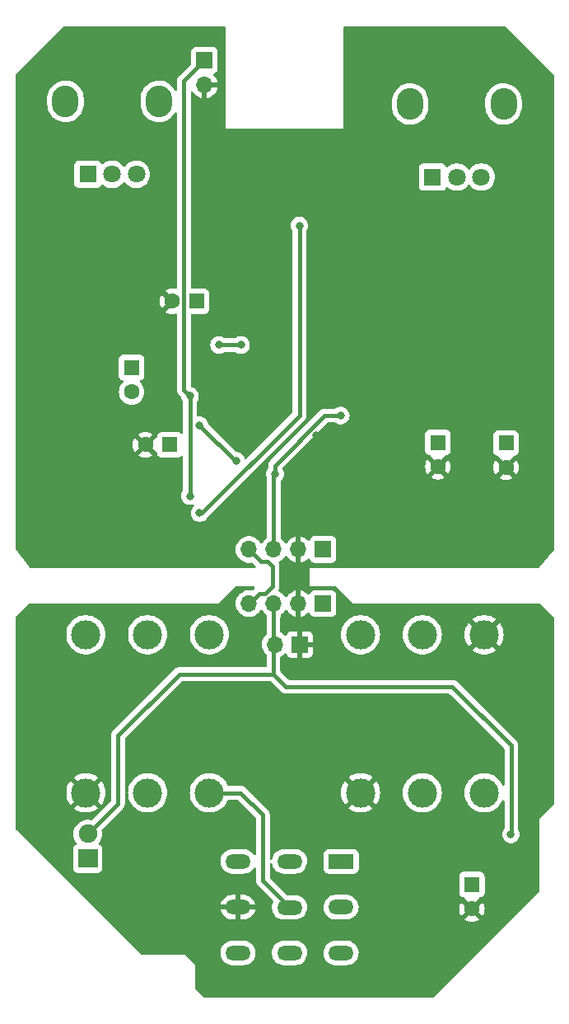
<source format=gbr>
%TF.GenerationSoftware,KiCad,Pcbnew,7.0.2-6a45011f42~172~ubuntu22.04.1*%
%TF.CreationDate,2023-05-29T17:51:51+01:00*%
%TF.ProjectId,little-angel-v3-SMD,6c697474-6c65-42d6-916e-67656c2d7633,rev?*%
%TF.SameCoordinates,Original*%
%TF.FileFunction,Copper,L2,Bot*%
%TF.FilePolarity,Positive*%
%FSLAX46Y46*%
G04 Gerber Fmt 4.6, Leading zero omitted, Abs format (unit mm)*
G04 Created by KiCad (PCBNEW 7.0.2-6a45011f42~172~ubuntu22.04.1) date 2023-05-29 17:51:51*
%MOMM*%
%LPD*%
G01*
G04 APERTURE LIST*
%TA.AperFunction,ComponentPad*%
%ADD10R,2.600000X1.500000*%
%TD*%
%TA.AperFunction,ComponentPad*%
%ADD11O,2.600000X1.500000*%
%TD*%
%TA.AperFunction,ComponentPad*%
%ADD12R,1.700000X1.700000*%
%TD*%
%TA.AperFunction,ComponentPad*%
%ADD13O,1.700000X1.700000*%
%TD*%
%TA.AperFunction,ComponentPad*%
%ADD14C,3.000000*%
%TD*%
%TA.AperFunction,ComponentPad*%
%ADD15R,1.600000X1.600000*%
%TD*%
%TA.AperFunction,ComponentPad*%
%ADD16C,1.600000*%
%TD*%
%TA.AperFunction,ComponentPad*%
%ADD17R,2.000000X1.900000*%
%TD*%
%TA.AperFunction,ComponentPad*%
%ADD18C,1.900000*%
%TD*%
%TA.AperFunction,ComponentPad*%
%ADD19O,2.720000X3.240000*%
%TD*%
%TA.AperFunction,ComponentPad*%
%ADD20R,1.800000X1.800000*%
%TD*%
%TA.AperFunction,ComponentPad*%
%ADD21C,1.800000*%
%TD*%
%TA.AperFunction,ViaPad*%
%ADD22C,0.800000*%
%TD*%
%TA.AperFunction,Conductor*%
%ADD23C,0.400000*%
%TD*%
G04 APERTURE END LIST*
D10*
%TO.P,SW1,1,A*%
%TO.N,Net-(SW1A-A)*%
X148550000Y-137825000D03*
D11*
%TO.P,SW1,2,A*%
X143250000Y-137825000D03*
%TO.P,SW1,3,A*%
%TO.N,I*%
X137950000Y-137825000D03*
%TO.P,SW1,4,B*%
%TO.N,Net-(SW1A-B)*%
X148550000Y-142525000D03*
%TO.P,SW1,5,B*%
%TO.N,Net-(SW1B-B)*%
X143250000Y-142550000D03*
%TO.P,SW1,6,B*%
%TO.N,GND*%
X137950000Y-142525000D03*
%TO.P,SW1,7,C*%
%TO.N,I*%
X148550000Y-147225000D03*
%TO.P,SW1,8,C*%
%TO.N,O*%
X143250000Y-147225000D03*
%TO.P,SW1,9,C*%
%TO.N,Net-(SW1C-C)*%
X137950000Y-147225000D03*
%TD*%
D12*
%TO.P,J3,1,P1*%
%TO.N,GND*%
X144300000Y-115550000D03*
D13*
%TO.P,J3,2,P2*%
%TO.N,+9V*%
X141760000Y-115550000D03*
%TD*%
D14*
%TO.P,J1,R*%
%TO.N,unconnected-(J1-PadR)*%
X156910000Y-114550000D03*
%TO.P,J1,RN*%
%TO.N,unconnected-(J1-PadRN)*%
X156910000Y-130780000D03*
%TO.P,J1,S*%
%TO.N,GND*%
X163260000Y-114550000D03*
%TO.P,J1,SN*%
%TO.N,unconnected-(J1-PadSN)*%
X163260000Y-130780000D03*
%TO.P,J1,T*%
%TO.N,Net-(SW1A-B)*%
X150560000Y-114550000D03*
%TO.P,J1,TN*%
%TO.N,GND*%
X150560000Y-130780000D03*
%TD*%
D12*
%TO.P,JOVGI1,1,P1*%
%TO.N,I*%
X146700000Y-111350000D03*
D13*
%TO.P,JOVGI1,2,P2*%
%TO.N,GND*%
X144160000Y-111350000D03*
%TO.P,JOVGI1,3,P3*%
%TO.N,+9V*%
X141620000Y-111350000D03*
%TO.P,JOVGI1,4,P4*%
%TO.N,O*%
X139080000Y-111350000D03*
%TD*%
D12*
%TO.P,JOVGI2,1,P1*%
%TO.N,I*%
X146700000Y-105800000D03*
D13*
%TO.P,JOVGI2,2,P2*%
%TO.N,GND*%
X144160000Y-105800000D03*
%TO.P,JOVGI2,3,P3*%
%TO.N,+9V*%
X141620000Y-105800000D03*
%TO.P,JOVGI2,4,P4*%
%TO.N,O*%
X139080000Y-105800000D03*
%TD*%
D15*
%TO.P,C19,1*%
%TO.N,+9V*%
X162000000Y-140200000D03*
D16*
%TO.P,C19,2*%
%TO.N,GND*%
X162000000Y-142700000D03*
%TD*%
D17*
%TO.P,D1,1,K*%
%TO.N,Net-(D1-K)*%
X122500000Y-137540000D03*
D18*
%TO.P,D1,2,A*%
%TO.N,+9V*%
X122500000Y-135000000D03*
%TD*%
D14*
%TO.P,J4,R*%
%TO.N,unconnected-(J4-PadR)*%
X128660000Y-130780000D03*
%TO.P,J4,RN*%
%TO.N,unconnected-(J4-PadRN)*%
X128660000Y-114550000D03*
%TO.P,J4,S*%
%TO.N,GND*%
X122310000Y-130780000D03*
%TO.P,J4,SN*%
%TO.N,unconnected-(J4-PadSN)*%
X122310000Y-114550000D03*
%TO.P,J4,T*%
%TO.N,Net-(SW1B-B)*%
X135010000Y-130780000D03*
%TO.P,J4,TN*%
%TO.N,unconnected-(J4-PadTN)*%
X135010000Y-114550000D03*
%TD*%
D12*
%TO.P,J2,1,P1*%
%TO.N,+9V*%
X134510000Y-55550000D03*
D13*
%TO.P,J2,2,P2*%
%TO.N,GND*%
X134510000Y-58090000D03*
%TD*%
D19*
%TO.P,RV2,*%
%TO.N,*%
X120210000Y-59775000D03*
X129810000Y-59775000D03*
D20*
%TO.P,RV2,1,1*%
%TO.N,Net-(C4-Pad1)*%
X122510000Y-67275000D03*
D21*
%TO.P,RV2,2,2*%
%TO.N,Net-(R5-Pad2)*%
X125010000Y-67275000D03*
%TO.P,RV2,3,3*%
%TO.N,unconnected-(RV2-Pad3)*%
X127510000Y-67275000D03*
%TD*%
D16*
%TO.P,C8,2*%
%TO.N,GND*%
X158510000Y-97300000D03*
D15*
%TO.P,C8,1*%
%TO.N,Net-(C8-Pad1)*%
X158510000Y-94800000D03*
%TD*%
%TO.P,C3,1*%
%TO.N,+5V*%
X133692380Y-80300000D03*
D16*
%TO.P,C3,2*%
%TO.N,GND*%
X131192380Y-80300000D03*
%TD*%
D19*
%TO.P,RV1,*%
%TO.N,*%
X155660000Y-60050000D03*
X165260000Y-60050000D03*
D20*
%TO.P,RV1,1,1*%
%TO.N,unconnected-(RV1-Pad1)*%
X157960000Y-67550000D03*
D21*
%TO.P,RV1,2,2*%
%TO.N,Net-(C5-Pad1)*%
X160460000Y-67550000D03*
%TO.P,RV1,3,3*%
%TO.N,Net-(R14-Pad1)*%
X162960000Y-67550000D03*
%TD*%
D15*
%TO.P,C5,1*%
%TO.N,Net-(C5-Pad1)*%
X127010000Y-87117621D03*
D16*
%TO.P,C5,2*%
%TO.N,Net-(C4-Pad1)*%
X127010000Y-89617621D03*
%TD*%
D15*
%TO.P,C6,1*%
%TO.N,Net-(Q2-B)*%
X165510000Y-94867621D03*
D16*
%TO.P,C6,2*%
%TO.N,GND*%
X165510000Y-97367621D03*
%TD*%
D15*
%TO.P,C4,1*%
%TO.N,Net-(C4-Pad1)*%
X130942380Y-95050000D03*
D16*
%TO.P,C4,2*%
%TO.N,GND*%
X128442380Y-95050000D03*
%TD*%
D22*
%TO.N,GND*%
X152760000Y-88800000D03*
X142010000Y-87550000D03*
X140760000Y-92800000D03*
X146010000Y-94050000D03*
%TO.N,+9V*%
X141760000Y-98050000D03*
X133010000Y-90050000D03*
X133010000Y-100300000D03*
X148510000Y-92050000D03*
X166010000Y-135050000D03*
%TO.N,Net-(C2-Pad2)*%
X134010000Y-93050000D03*
X137760000Y-96685000D03*
%TO.N,+5V*%
X138260000Y-84800000D03*
X136010000Y-84800000D03*
%TO.N,Net-(C17-Pad1)*%
X144260000Y-72550000D03*
X134010000Y-102050000D03*
%TD*%
D23*
%TO.N,+9V*%
X141760000Y-97168629D02*
X146878629Y-92050000D01*
X125600000Y-131900000D02*
X122500000Y-135000000D01*
X141620000Y-98190000D02*
X141760000Y-98050000D01*
X146878629Y-92050000D02*
X148510000Y-92050000D01*
X141600000Y-118600000D02*
X142900000Y-119900000D01*
X131900000Y-118600000D02*
X125600000Y-124900000D01*
X141620000Y-111350000D02*
X141620000Y-112552081D01*
X141600000Y-112572081D02*
X141600000Y-118600000D01*
X160000000Y-119900000D02*
X166050000Y-125950000D01*
X141760000Y-98050000D02*
X141760000Y-97168629D01*
X125600000Y-124900000D02*
X125600000Y-131900000D01*
X142900000Y-119900000D02*
X160000000Y-119900000D01*
X132392380Y-89432380D02*
X133010000Y-90050000D01*
X141620000Y-112552081D02*
X141600000Y-112572081D01*
X132392380Y-57667620D02*
X132392380Y-89432380D01*
X166050000Y-125950000D02*
X166050000Y-135000000D01*
X133010000Y-100300000D02*
X133010000Y-90050000D01*
X134510000Y-55550000D02*
X132392380Y-57667620D01*
X141600000Y-118600000D02*
X131900000Y-118600000D01*
X141620000Y-105800000D02*
X141620000Y-98190000D01*
%TO.N,Net-(C2-Pad2)*%
X137760000Y-96800000D02*
X137875000Y-96800000D01*
X137875000Y-96800000D02*
X137760000Y-96685000D01*
X134010000Y-93050000D02*
X137760000Y-96800000D01*
%TO.N,O*%
X140330000Y-107050000D02*
X139080000Y-105800000D01*
X140130000Y-110300000D02*
X139080000Y-111350000D01*
X141010000Y-107050000D02*
X141510000Y-107550000D01*
X140760000Y-110300000D02*
X140130000Y-110300000D01*
X141510000Y-109550000D02*
X140760000Y-110300000D01*
X141510000Y-107550000D02*
X141510000Y-109550000D01*
X141010000Y-107050000D02*
X140330000Y-107050000D01*
%TO.N,+5V*%
X138260000Y-84800000D02*
X136010000Y-84800000D01*
%TO.N,Net-(C17-Pad1)*%
X144260000Y-92050000D02*
X134260000Y-102050000D01*
X144260000Y-72550000D02*
X144260000Y-92050000D01*
X134260000Y-102050000D02*
X134010000Y-102050000D01*
%TO.N,Net-(SW1B-B)*%
X138240000Y-130780000D02*
X135010000Y-130780000D01*
X140510000Y-139810000D02*
X140510000Y-133050000D01*
X143250000Y-142550000D02*
X140510000Y-139810000D01*
X140510000Y-133050000D02*
X138240000Y-130780000D01*
%TD*%
%TA.AperFunction,Conductor*%
%TO.N,GND*%
G36*
X136616621Y-52095502D02*
G01*
X136663114Y-52149158D01*
X136674500Y-52201500D01*
X136674500Y-62454469D01*
X136672587Y-62476343D01*
X136670876Y-62486048D01*
X136672586Y-62495746D01*
X136674128Y-62513373D01*
X136678707Y-62530467D01*
X136680418Y-62540171D01*
X136683935Y-62546262D01*
X136688452Y-62551645D01*
X136696982Y-62556570D01*
X136714972Y-62569167D01*
X136722518Y-62575499D01*
X136722519Y-62575499D01*
X136722520Y-62575500D01*
X136722521Y-62575500D01*
X136729123Y-62577903D01*
X136736047Y-62579124D01*
X136736047Y-62579123D01*
X136736048Y-62579124D01*
X136745746Y-62577413D01*
X136767625Y-62575500D01*
X148704470Y-62575500D01*
X148726350Y-62577414D01*
X148736047Y-62579124D01*
X148736047Y-62579123D01*
X148736048Y-62579124D01*
X148745746Y-62577413D01*
X148763381Y-62575871D01*
X148780473Y-62571290D01*
X148790172Y-62569581D01*
X148790173Y-62569579D01*
X148796260Y-62566064D01*
X148801641Y-62561549D01*
X148801645Y-62561548D01*
X148806569Y-62553018D01*
X148819165Y-62535028D01*
X148825500Y-62527480D01*
X148825500Y-62527479D01*
X148827902Y-62520879D01*
X148829122Y-62513955D01*
X148829124Y-62513952D01*
X148827414Y-62504253D01*
X148825500Y-62482374D01*
X148825500Y-60378288D01*
X153791500Y-60378288D01*
X153791666Y-60380558D01*
X153791667Y-60380581D01*
X153806466Y-60582781D01*
X153865938Y-60849756D01*
X153963644Y-61105219D01*
X154097507Y-61343738D01*
X154264670Y-61560219D01*
X154461571Y-61750057D01*
X154461574Y-61750059D01*
X154684019Y-61909205D01*
X154927266Y-62034267D01*
X155186130Y-62122579D01*
X155455093Y-62172259D01*
X155728424Y-62182248D01*
X155728424Y-62182247D01*
X155728425Y-62182248D01*
X155796391Y-62174769D01*
X156000296Y-62152334D01*
X156264916Y-62083153D01*
X156516643Y-61976181D01*
X156750112Y-61833697D01*
X156960347Y-61658738D01*
X157142867Y-61455033D01*
X157293783Y-61226923D01*
X157409877Y-60979271D01*
X157488676Y-60717355D01*
X157508482Y-60582781D01*
X157528500Y-60446758D01*
X157528500Y-60378288D01*
X163391500Y-60378288D01*
X163391666Y-60380558D01*
X163391667Y-60380581D01*
X163406466Y-60582781D01*
X163465938Y-60849756D01*
X163563644Y-61105219D01*
X163697507Y-61343738D01*
X163864670Y-61560219D01*
X164061571Y-61750057D01*
X164061574Y-61750059D01*
X164284019Y-61909205D01*
X164527266Y-62034267D01*
X164786130Y-62122579D01*
X165055093Y-62172259D01*
X165328424Y-62182248D01*
X165328424Y-62182247D01*
X165328425Y-62182248D01*
X165396391Y-62174769D01*
X165600296Y-62152334D01*
X165864916Y-62083153D01*
X166116643Y-61976181D01*
X166350112Y-61833697D01*
X166560347Y-61658738D01*
X166742867Y-61455033D01*
X166893783Y-61226923D01*
X167009877Y-60979271D01*
X167088676Y-60717355D01*
X167108482Y-60582781D01*
X167128500Y-60446758D01*
X167128500Y-59724012D01*
X167128500Y-59724011D01*
X167128500Y-59721712D01*
X167113533Y-59517217D01*
X167054063Y-59250247D01*
X166956355Y-58994781D01*
X166956355Y-58994780D01*
X166822492Y-58756261D01*
X166655329Y-58539780D01*
X166458428Y-58349942D01*
X166341524Y-58266305D01*
X166235981Y-58190795D01*
X165992734Y-58065733D01*
X165992733Y-58065732D01*
X165992730Y-58065731D01*
X165733871Y-57977421D01*
X165464908Y-57927741D01*
X165191574Y-57917751D01*
X164919706Y-57947665D01*
X164655084Y-58016847D01*
X164403358Y-58123818D01*
X164169884Y-58266305D01*
X163959652Y-58441262D01*
X163777136Y-58644962D01*
X163626213Y-58873083D01*
X163510125Y-59120722D01*
X163431322Y-59382649D01*
X163391500Y-59653241D01*
X163391500Y-59653243D01*
X163391500Y-60378288D01*
X157528500Y-60378288D01*
X157528500Y-59724012D01*
X157528500Y-59724011D01*
X157528500Y-59721712D01*
X157513533Y-59517217D01*
X157454063Y-59250247D01*
X157356355Y-58994781D01*
X157356355Y-58994780D01*
X157222492Y-58756261D01*
X157055329Y-58539780D01*
X156858428Y-58349942D01*
X156741524Y-58266305D01*
X156635981Y-58190795D01*
X156392734Y-58065733D01*
X156392733Y-58065732D01*
X156392730Y-58065731D01*
X156133871Y-57977421D01*
X155864908Y-57927741D01*
X155591574Y-57917751D01*
X155319706Y-57947665D01*
X155055084Y-58016847D01*
X154803358Y-58123818D01*
X154569884Y-58266305D01*
X154359652Y-58441262D01*
X154177136Y-58644962D01*
X154026213Y-58873083D01*
X153910125Y-59120722D01*
X153831322Y-59382649D01*
X153791500Y-59653241D01*
X153791500Y-59653243D01*
X153791500Y-60378288D01*
X148825500Y-60378288D01*
X148825500Y-52201500D01*
X148845502Y-52133379D01*
X148899158Y-52086886D01*
X148951500Y-52075500D01*
X165416537Y-52075500D01*
X165484658Y-52095502D01*
X165505632Y-52112405D01*
X170387595Y-56994368D01*
X170421621Y-57056680D01*
X170424500Y-57083463D01*
X170424500Y-105844689D01*
X170404498Y-105912810D01*
X170393614Y-105927329D01*
X168913254Y-107631140D01*
X168853476Y-107669444D01*
X168818140Y-107674500D01*
X145445530Y-107674500D01*
X145423650Y-107672586D01*
X145413952Y-107670875D01*
X145404254Y-107672586D01*
X145386626Y-107674128D01*
X145369535Y-107678707D01*
X145359827Y-107680419D01*
X145353737Y-107683934D01*
X145348354Y-107688452D01*
X145343426Y-107696987D01*
X145330835Y-107714969D01*
X145324499Y-107722519D01*
X145322097Y-107729119D01*
X145320876Y-107736048D01*
X145322586Y-107745746D01*
X145324500Y-107767624D01*
X145324500Y-109454469D01*
X145322587Y-109476343D01*
X145320876Y-109486048D01*
X145322586Y-109495746D01*
X145324128Y-109513373D01*
X145328707Y-109530467D01*
X145330418Y-109540171D01*
X145333935Y-109546262D01*
X145338452Y-109551645D01*
X145346982Y-109556570D01*
X145364972Y-109569167D01*
X145372518Y-109575499D01*
X145372519Y-109575499D01*
X145372520Y-109575500D01*
X145372521Y-109575500D01*
X145379123Y-109577903D01*
X145386047Y-109579124D01*
X145386047Y-109579123D01*
X145386048Y-109579124D01*
X145395746Y-109577413D01*
X145417625Y-109575500D01*
X147916537Y-109575500D01*
X147984658Y-109595502D01*
X148005632Y-109612405D01*
X149664617Y-111271390D01*
X149676515Y-111286896D01*
X149694734Y-111302184D01*
X149702835Y-111309609D01*
X149711660Y-111318434D01*
X149721789Y-111324887D01*
X149722520Y-111325500D01*
X149722522Y-111325500D01*
X149732462Y-111329118D01*
X149742996Y-111330040D01*
X149742997Y-111330039D01*
X149742998Y-111330040D01*
X149743917Y-111329793D01*
X149776529Y-111325500D01*
X164722520Y-111325500D01*
X168916537Y-111325500D01*
X168984658Y-111345502D01*
X169005632Y-111362405D01*
X170387595Y-112744368D01*
X170421621Y-112806680D01*
X170424500Y-112833463D01*
X170424500Y-131916535D01*
X170404498Y-131984656D01*
X170387595Y-132005630D01*
X168978604Y-133414620D01*
X168963099Y-133426518D01*
X168947820Y-133444726D01*
X168940411Y-133452813D01*
X168931572Y-133461653D01*
X168925122Y-133471777D01*
X168924500Y-133472518D01*
X168920882Y-133482458D01*
X168919960Y-133492997D01*
X168920206Y-133493915D01*
X168924500Y-133526530D01*
X168924500Y-140916536D01*
X168904498Y-140984657D01*
X168887595Y-141005631D01*
X158105631Y-151787595D01*
X158043319Y-151821621D01*
X158016536Y-151824500D01*
X134483464Y-151824500D01*
X134415343Y-151804498D01*
X134394368Y-151787595D01*
X133612404Y-151005630D01*
X133578379Y-150943318D01*
X133575500Y-150916535D01*
X133575500Y-148545248D01*
X133578051Y-148525873D01*
X133575979Y-148502183D01*
X133575500Y-148491204D01*
X133575500Y-148478713D01*
X133572900Y-148466986D01*
X133572818Y-148466045D01*
X133572817Y-148466044D01*
X133568349Y-148456461D01*
X133561546Y-148448353D01*
X133560724Y-148447879D01*
X133534628Y-148427855D01*
X132585382Y-147478608D01*
X132573489Y-147463107D01*
X132555271Y-147447820D01*
X132547170Y-147440395D01*
X132538342Y-147431567D01*
X132528208Y-147425110D01*
X132527481Y-147424500D01*
X132517539Y-147420881D01*
X132507003Y-147419959D01*
X132506341Y-147420137D01*
X132506082Y-147420206D01*
X132473471Y-147424500D01*
X128083463Y-147424500D01*
X128015342Y-147404498D01*
X127994372Y-147387599D01*
X127888461Y-147281688D01*
X136137684Y-147281688D01*
X136151332Y-147382437D01*
X136168094Y-147506175D01*
X136168095Y-147506177D01*
X136238095Y-147721618D01*
X136345445Y-147921107D01*
X136486685Y-148098218D01*
X136576365Y-148176568D01*
X136657282Y-148247263D01*
X136851750Y-148363453D01*
X137063839Y-148443051D01*
X137195733Y-148466986D01*
X137286732Y-148483500D01*
X137286733Y-148483500D01*
X138553700Y-148483500D01*
X138556522Y-148483500D01*
X138725622Y-148468281D01*
X138943993Y-148408014D01*
X139148093Y-148309725D01*
X139331363Y-148176571D01*
X139487912Y-148012834D01*
X139612709Y-147823774D01*
X139701743Y-147615470D01*
X139752151Y-147394615D01*
X139757223Y-147281688D01*
X141437684Y-147281688D01*
X141451332Y-147382437D01*
X141468094Y-147506175D01*
X141468095Y-147506177D01*
X141538095Y-147721618D01*
X141645445Y-147921107D01*
X141786685Y-148098218D01*
X141876365Y-148176568D01*
X141957282Y-148247263D01*
X142151750Y-148363453D01*
X142363839Y-148443051D01*
X142495733Y-148466986D01*
X142586732Y-148483500D01*
X142586733Y-148483500D01*
X143853700Y-148483500D01*
X143856522Y-148483500D01*
X144025622Y-148468281D01*
X144243993Y-148408014D01*
X144448093Y-148309725D01*
X144631363Y-148176571D01*
X144787912Y-148012834D01*
X144912709Y-147823774D01*
X145001743Y-147615470D01*
X145052151Y-147394615D01*
X145057223Y-147281688D01*
X146737684Y-147281688D01*
X146751332Y-147382437D01*
X146768094Y-147506175D01*
X146768095Y-147506177D01*
X146838095Y-147721618D01*
X146945445Y-147921107D01*
X147086685Y-148098218D01*
X147176365Y-148176568D01*
X147257282Y-148247263D01*
X147451750Y-148363453D01*
X147663839Y-148443051D01*
X147795733Y-148466986D01*
X147886732Y-148483500D01*
X147886733Y-148483500D01*
X149153700Y-148483500D01*
X149156522Y-148483500D01*
X149325622Y-148468281D01*
X149543993Y-148408014D01*
X149748093Y-148309725D01*
X149931363Y-148176571D01*
X150087912Y-148012834D01*
X150212709Y-147823774D01*
X150301743Y-147615470D01*
X150352151Y-147394615D01*
X150362315Y-147168309D01*
X150331906Y-146943825D01*
X150261903Y-146728379D01*
X150154556Y-146528894D01*
X150081432Y-146437199D01*
X150013314Y-146351781D01*
X149842718Y-146202737D01*
X149738170Y-146140272D01*
X149648250Y-146086547D01*
X149436161Y-146006949D01*
X149436160Y-146006948D01*
X149436158Y-146006948D01*
X149213268Y-145966500D01*
X149213267Y-145966500D01*
X147943478Y-145966500D01*
X147940684Y-145966751D01*
X147940671Y-145966752D01*
X147774375Y-145981719D01*
X147556006Y-146041986D01*
X147351910Y-146140272D01*
X147265936Y-146202737D01*
X147168637Y-146273429D01*
X147168635Y-146273430D01*
X147168635Y-146273431D01*
X147012087Y-146437166D01*
X146887291Y-146626225D01*
X146798256Y-146834530D01*
X146747849Y-147055384D01*
X146737684Y-147281688D01*
X145057223Y-147281688D01*
X145062315Y-147168309D01*
X145031906Y-146943825D01*
X144961903Y-146728379D01*
X144854556Y-146528894D01*
X144781432Y-146437199D01*
X144713314Y-146351781D01*
X144542718Y-146202737D01*
X144438170Y-146140272D01*
X144348250Y-146086547D01*
X144136161Y-146006949D01*
X144136160Y-146006948D01*
X144136158Y-146006948D01*
X143913268Y-145966500D01*
X143913267Y-145966500D01*
X142643478Y-145966500D01*
X142640684Y-145966751D01*
X142640671Y-145966752D01*
X142474375Y-145981719D01*
X142256006Y-146041986D01*
X142051910Y-146140272D01*
X141965936Y-146202737D01*
X141868637Y-146273429D01*
X141868635Y-146273430D01*
X141868635Y-146273431D01*
X141712087Y-146437166D01*
X141587291Y-146626225D01*
X141498256Y-146834530D01*
X141447849Y-147055384D01*
X141437684Y-147281688D01*
X139757223Y-147281688D01*
X139762315Y-147168309D01*
X139731906Y-146943825D01*
X139661903Y-146728379D01*
X139554556Y-146528894D01*
X139481432Y-146437199D01*
X139413314Y-146351781D01*
X139242718Y-146202737D01*
X139138170Y-146140272D01*
X139048250Y-146086547D01*
X138836161Y-146006949D01*
X138836160Y-146006948D01*
X138836158Y-146006948D01*
X138613268Y-145966500D01*
X138613267Y-145966500D01*
X137343478Y-145966500D01*
X137340684Y-145966751D01*
X137340671Y-145966752D01*
X137174375Y-145981719D01*
X136956006Y-146041986D01*
X136751910Y-146140272D01*
X136665936Y-146202737D01*
X136568637Y-146273429D01*
X136568635Y-146273430D01*
X136568635Y-146273431D01*
X136412087Y-146437166D01*
X136287291Y-146626225D01*
X136198256Y-146834530D01*
X136147849Y-147055384D01*
X136137684Y-147281688D01*
X127888461Y-147281688D01*
X127043974Y-146437200D01*
X127043973Y-146437199D01*
X127029515Y-146422741D01*
X127029514Y-146422741D01*
X127029512Y-146422739D01*
X123385773Y-142779000D01*
X136164918Y-142779000D01*
X136168584Y-142806065D01*
X136238557Y-143021421D01*
X136345863Y-143220829D01*
X136487051Y-143397873D01*
X136657575Y-143546855D01*
X136851968Y-143662999D01*
X137063975Y-143742567D01*
X137286777Y-143783000D01*
X137696000Y-143783000D01*
X137696000Y-143025000D01*
X138204000Y-143025000D01*
X138204000Y-143783000D01*
X138553678Y-143783000D01*
X138559306Y-143782747D01*
X138725535Y-143767786D01*
X138943815Y-143707543D01*
X139147834Y-143609294D01*
X139331032Y-143476193D01*
X139487520Y-143312520D01*
X139612265Y-143123539D01*
X139701264Y-142915314D01*
X139732377Y-142779000D01*
X138931116Y-142779000D01*
X138959493Y-142734844D01*
X139000000Y-142596889D01*
X139000000Y-142453111D01*
X138959493Y-142315156D01*
X138931116Y-142271000D01*
X139735082Y-142271000D01*
X139731415Y-142243934D01*
X139661442Y-142028578D01*
X139554136Y-141829170D01*
X139412948Y-141652126D01*
X139242424Y-141503144D01*
X139048031Y-141387000D01*
X138836024Y-141307432D01*
X138613223Y-141267000D01*
X138204000Y-141267000D01*
X138204000Y-142025000D01*
X137696000Y-142025000D01*
X137696000Y-141267000D01*
X137346322Y-141267000D01*
X137340693Y-141267252D01*
X137174464Y-141282213D01*
X136956184Y-141342456D01*
X136752165Y-141440705D01*
X136568967Y-141573806D01*
X136412479Y-141737479D01*
X136287734Y-141926460D01*
X136198735Y-142134685D01*
X136167622Y-142270999D01*
X136167623Y-142271000D01*
X136968884Y-142271000D01*
X136940507Y-142315156D01*
X136900000Y-142453111D01*
X136900000Y-142596889D01*
X136940507Y-142734844D01*
X136968884Y-142779000D01*
X136164918Y-142779000D01*
X123385773Y-142779000D01*
X115112405Y-134505631D01*
X115078379Y-134443319D01*
X115075500Y-134416536D01*
X115075500Y-130784298D01*
X120297602Y-130784298D01*
X120315760Y-131049769D01*
X120316928Y-131058268D01*
X120371069Y-131318807D01*
X120373384Y-131327072D01*
X120462495Y-131577806D01*
X120465917Y-131585682D01*
X120588333Y-131821934D01*
X120592804Y-131829287D01*
X120720540Y-132010248D01*
X120720541Y-132010248D01*
X121667912Y-131062876D01*
X121729680Y-131180566D01*
X121842405Y-131307806D01*
X121982305Y-131404371D01*
X122027642Y-131421565D01*
X121080715Y-132368492D01*
X121080715Y-132368494D01*
X121145984Y-132421595D01*
X121152995Y-132426543D01*
X121380352Y-132564802D01*
X121387981Y-132568754D01*
X121632039Y-132674764D01*
X121640132Y-132677641D01*
X121896359Y-132749433D01*
X121904777Y-132751182D01*
X122168380Y-132787413D01*
X122176954Y-132788000D01*
X122443046Y-132788000D01*
X122451619Y-132787413D01*
X122715222Y-132751182D01*
X122723640Y-132749433D01*
X122979867Y-132677641D01*
X122987960Y-132674764D01*
X123232018Y-132568754D01*
X123239647Y-132564802D01*
X123467004Y-132426543D01*
X123474016Y-132421594D01*
X123539283Y-132368494D01*
X123539283Y-132368492D01*
X122592356Y-131421565D01*
X122637695Y-131404371D01*
X122777595Y-131307806D01*
X122890320Y-131180566D01*
X122952087Y-131062877D01*
X123899457Y-132010247D01*
X124027199Y-131829280D01*
X124031666Y-131821934D01*
X124154082Y-131585682D01*
X124157504Y-131577806D01*
X124246615Y-131327072D01*
X124248930Y-131318807D01*
X124303071Y-131058268D01*
X124304239Y-131049769D01*
X124322398Y-130784298D01*
X124322398Y-130775701D01*
X124304239Y-130510230D01*
X124303071Y-130501731D01*
X124248930Y-130241192D01*
X124246615Y-130232927D01*
X124157504Y-129982193D01*
X124154082Y-129974317D01*
X124031666Y-129738065D01*
X124027199Y-129730719D01*
X123899457Y-129549750D01*
X122952086Y-130497121D01*
X122890320Y-130379434D01*
X122777595Y-130252194D01*
X122637695Y-130155629D01*
X122592355Y-130138433D01*
X123539283Y-129191505D01*
X123539283Y-129191504D01*
X123474015Y-129138404D01*
X123467004Y-129133456D01*
X123239647Y-128995197D01*
X123232018Y-128991245D01*
X122987960Y-128885235D01*
X122979867Y-128882358D01*
X122723640Y-128810566D01*
X122715222Y-128808817D01*
X122451619Y-128772586D01*
X122443046Y-128772000D01*
X122176954Y-128772000D01*
X122168380Y-128772586D01*
X121904777Y-128808817D01*
X121896359Y-128810566D01*
X121640132Y-128882358D01*
X121632039Y-128885235D01*
X121387981Y-128991245D01*
X121380352Y-128995197D01*
X121152997Y-129133454D01*
X121145983Y-129138405D01*
X121080715Y-129191504D01*
X121080714Y-129191506D01*
X122027642Y-130138434D01*
X121982305Y-130155629D01*
X121842405Y-130252194D01*
X121729680Y-130379434D01*
X121667913Y-130497121D01*
X120720541Y-129549750D01*
X120592796Y-129730724D01*
X120588335Y-129738061D01*
X120465917Y-129974317D01*
X120462495Y-129982193D01*
X120373384Y-130232927D01*
X120371069Y-130241192D01*
X120316928Y-130501731D01*
X120315760Y-130510230D01*
X120297602Y-130775701D01*
X120297602Y-130784298D01*
X115075500Y-130784298D01*
X115075500Y-120986688D01*
X115075500Y-117765500D01*
X115075499Y-114550000D01*
X120296807Y-114550000D01*
X120297101Y-114554298D01*
X120315259Y-114819769D01*
X120315558Y-114824130D01*
X120371462Y-115093153D01*
X120372899Y-115097196D01*
X120372902Y-115097207D01*
X120462037Y-115348008D01*
X120462040Y-115348015D01*
X120463477Y-115352058D01*
X120465451Y-115355869D01*
X120465453Y-115355872D01*
X120587906Y-115592197D01*
X120587909Y-115592202D01*
X120589889Y-115596023D01*
X120748343Y-115820502D01*
X120935889Y-116021314D01*
X121149031Y-116194718D01*
X121383800Y-116337484D01*
X121635823Y-116446953D01*
X121900404Y-116521085D01*
X122172615Y-116558500D01*
X122176920Y-116558500D01*
X122443080Y-116558500D01*
X122447385Y-116558500D01*
X122719596Y-116521085D01*
X122984177Y-116446953D01*
X123236200Y-116337484D01*
X123470969Y-116194718D01*
X123684111Y-116021314D01*
X123871657Y-115820502D01*
X124030111Y-115596023D01*
X124156523Y-115352058D01*
X124248538Y-115093153D01*
X124304442Y-114824130D01*
X124323193Y-114550000D01*
X126646807Y-114550000D01*
X126647101Y-114554298D01*
X126665259Y-114819769D01*
X126665558Y-114824130D01*
X126721462Y-115093153D01*
X126722899Y-115097196D01*
X126722902Y-115097207D01*
X126812037Y-115348008D01*
X126812040Y-115348015D01*
X126813477Y-115352058D01*
X126815451Y-115355869D01*
X126815453Y-115355872D01*
X126937906Y-115592197D01*
X126937909Y-115592202D01*
X126939889Y-115596023D01*
X127098343Y-115820502D01*
X127285889Y-116021314D01*
X127499031Y-116194718D01*
X127733800Y-116337484D01*
X127985823Y-116446953D01*
X128250404Y-116521085D01*
X128522615Y-116558500D01*
X128526920Y-116558500D01*
X128793080Y-116558500D01*
X128797385Y-116558500D01*
X129069596Y-116521085D01*
X129334177Y-116446953D01*
X129586200Y-116337484D01*
X129820969Y-116194718D01*
X130034111Y-116021314D01*
X130221657Y-115820502D01*
X130380111Y-115596023D01*
X130506523Y-115352058D01*
X130598538Y-115093153D01*
X130654442Y-114824130D01*
X130673193Y-114550000D01*
X132996807Y-114550000D01*
X132997101Y-114554298D01*
X133015259Y-114819769D01*
X133015558Y-114824130D01*
X133071462Y-115093153D01*
X133072899Y-115097196D01*
X133072902Y-115097207D01*
X133162037Y-115348008D01*
X133162040Y-115348015D01*
X133163477Y-115352058D01*
X133165451Y-115355869D01*
X133165453Y-115355872D01*
X133287906Y-115592197D01*
X133287909Y-115592202D01*
X133289889Y-115596023D01*
X133448343Y-115820502D01*
X133635889Y-116021314D01*
X133849031Y-116194718D01*
X134083800Y-116337484D01*
X134335823Y-116446953D01*
X134600404Y-116521085D01*
X134872615Y-116558500D01*
X134876920Y-116558500D01*
X135143080Y-116558500D01*
X135147385Y-116558500D01*
X135419596Y-116521085D01*
X135684177Y-116446953D01*
X135936200Y-116337484D01*
X136170969Y-116194718D01*
X136384111Y-116021314D01*
X136571657Y-115820502D01*
X136730111Y-115596023D01*
X136856523Y-115352058D01*
X136948538Y-115093153D01*
X137004442Y-114824130D01*
X137023193Y-114550000D01*
X137022667Y-114542317D01*
X137015866Y-114442890D01*
X137004442Y-114275870D01*
X136948538Y-114006847D01*
X136892794Y-113850000D01*
X136857962Y-113751991D01*
X136856523Y-113747942D01*
X136730111Y-113503977D01*
X136571657Y-113279498D01*
X136384111Y-113078686D01*
X136380774Y-113075971D01*
X136174304Y-112907995D01*
X136174301Y-112907993D01*
X136170969Y-112905282D01*
X135936200Y-112762516D01*
X135932259Y-112760804D01*
X135932253Y-112760801D01*
X135688112Y-112654756D01*
X135688109Y-112654755D01*
X135684177Y-112653047D01*
X135680052Y-112651891D01*
X135680043Y-112651888D01*
X135423742Y-112580076D01*
X135423732Y-112580074D01*
X135419596Y-112578915D01*
X135415335Y-112578329D01*
X135415324Y-112578327D01*
X135151653Y-112542086D01*
X135151643Y-112542085D01*
X135147385Y-112541500D01*
X134872615Y-112541500D01*
X134868357Y-112542085D01*
X134868346Y-112542086D01*
X134604675Y-112578327D01*
X134604661Y-112578329D01*
X134600404Y-112578915D01*
X134596269Y-112580073D01*
X134596257Y-112580076D01*
X134339956Y-112651888D01*
X134339942Y-112651892D01*
X134335823Y-112653047D01*
X134331895Y-112654753D01*
X134331887Y-112654756D01*
X134087746Y-112760801D01*
X134087733Y-112760807D01*
X134083800Y-112762516D01*
X134080129Y-112764748D01*
X134080122Y-112764752D01*
X133852704Y-112903048D01*
X133852699Y-112903050D01*
X133849031Y-112905282D01*
X133845704Y-112907988D01*
X133845695Y-112907995D01*
X133639225Y-113075971D01*
X133639217Y-113075978D01*
X133635889Y-113078686D01*
X133632957Y-113081824D01*
X133632952Y-113081830D01*
X133451282Y-113276350D01*
X133451274Y-113276358D01*
X133448343Y-113279498D01*
X133445863Y-113283010D01*
X133445860Y-113283015D01*
X133292375Y-113500454D01*
X133292370Y-113500462D01*
X133289889Y-113503977D01*
X133287913Y-113507790D01*
X133287906Y-113507802D01*
X133165453Y-113744127D01*
X133165449Y-113744136D01*
X133163477Y-113747942D01*
X133162042Y-113751978D01*
X133162037Y-113751991D01*
X133072902Y-114002792D01*
X133072897Y-114002807D01*
X133071462Y-114006847D01*
X133070587Y-114011054D01*
X133070587Y-114011057D01*
X133016432Y-114271661D01*
X133016430Y-114271670D01*
X133015558Y-114275870D01*
X133015264Y-114280157D01*
X133015264Y-114280163D01*
X132997101Y-114545701D01*
X132996807Y-114550000D01*
X130673193Y-114550000D01*
X130672667Y-114542317D01*
X130665866Y-114442890D01*
X130654442Y-114275870D01*
X130598538Y-114006847D01*
X130542794Y-113850000D01*
X130507962Y-113751991D01*
X130506523Y-113747942D01*
X130380111Y-113503977D01*
X130221657Y-113279498D01*
X130034111Y-113078686D01*
X130030774Y-113075971D01*
X129824304Y-112907995D01*
X129824301Y-112907993D01*
X129820969Y-112905282D01*
X129586200Y-112762516D01*
X129582259Y-112760804D01*
X129582253Y-112760801D01*
X129338112Y-112654756D01*
X129338109Y-112654755D01*
X129334177Y-112653047D01*
X129330052Y-112651891D01*
X129330043Y-112651888D01*
X129073742Y-112580076D01*
X129073732Y-112580074D01*
X129069596Y-112578915D01*
X129065335Y-112578329D01*
X129065324Y-112578327D01*
X128801653Y-112542086D01*
X128801643Y-112542085D01*
X128797385Y-112541500D01*
X128522615Y-112541500D01*
X128518357Y-112542085D01*
X128518346Y-112542086D01*
X128254675Y-112578327D01*
X128254661Y-112578329D01*
X128250404Y-112578915D01*
X128246269Y-112580073D01*
X128246257Y-112580076D01*
X127989956Y-112651888D01*
X127989942Y-112651892D01*
X127985823Y-112653047D01*
X127981895Y-112654753D01*
X127981887Y-112654756D01*
X127737746Y-112760801D01*
X127737733Y-112760807D01*
X127733800Y-112762516D01*
X127730129Y-112764748D01*
X127730122Y-112764752D01*
X127502704Y-112903048D01*
X127502699Y-112903050D01*
X127499031Y-112905282D01*
X127495704Y-112907988D01*
X127495695Y-112907995D01*
X127289225Y-113075971D01*
X127289217Y-113075978D01*
X127285889Y-113078686D01*
X127282957Y-113081824D01*
X127282952Y-113081830D01*
X127101282Y-113276350D01*
X127101274Y-113276358D01*
X127098343Y-113279498D01*
X127095863Y-113283010D01*
X127095860Y-113283015D01*
X126942375Y-113500454D01*
X126942370Y-113500462D01*
X126939889Y-113503977D01*
X126937913Y-113507790D01*
X126937906Y-113507802D01*
X126815453Y-113744127D01*
X126815449Y-113744136D01*
X126813477Y-113747942D01*
X126812042Y-113751978D01*
X126812037Y-113751991D01*
X126722902Y-114002792D01*
X126722897Y-114002807D01*
X126721462Y-114006847D01*
X126720587Y-114011054D01*
X126720587Y-114011057D01*
X126666432Y-114271661D01*
X126666430Y-114271670D01*
X126665558Y-114275870D01*
X126665264Y-114280157D01*
X126665264Y-114280163D01*
X126647101Y-114545701D01*
X126646807Y-114550000D01*
X124323193Y-114550000D01*
X124322667Y-114542317D01*
X124315866Y-114442890D01*
X124304442Y-114275870D01*
X124248538Y-114006847D01*
X124192794Y-113850000D01*
X124157962Y-113751991D01*
X124156523Y-113747942D01*
X124030111Y-113503977D01*
X123871657Y-113279498D01*
X123684111Y-113078686D01*
X123680774Y-113075971D01*
X123474304Y-112907995D01*
X123474301Y-112907993D01*
X123470969Y-112905282D01*
X123236200Y-112762516D01*
X123232259Y-112760804D01*
X123232253Y-112760801D01*
X122988112Y-112654756D01*
X122988109Y-112654755D01*
X122984177Y-112653047D01*
X122980052Y-112651891D01*
X122980043Y-112651888D01*
X122723742Y-112580076D01*
X122723732Y-112580074D01*
X122719596Y-112578915D01*
X122715335Y-112578329D01*
X122715324Y-112578327D01*
X122451653Y-112542086D01*
X122451643Y-112542085D01*
X122447385Y-112541500D01*
X122172615Y-112541500D01*
X122168357Y-112542085D01*
X122168346Y-112542086D01*
X121904675Y-112578327D01*
X121904661Y-112578329D01*
X121900404Y-112578915D01*
X121896269Y-112580073D01*
X121896257Y-112580076D01*
X121639956Y-112651888D01*
X121639942Y-112651892D01*
X121635823Y-112653047D01*
X121631895Y-112654753D01*
X121631887Y-112654756D01*
X121387746Y-112760801D01*
X121387733Y-112760807D01*
X121383800Y-112762516D01*
X121380129Y-112764748D01*
X121380122Y-112764752D01*
X121152704Y-112903048D01*
X121152699Y-112903050D01*
X121149031Y-112905282D01*
X121145704Y-112907988D01*
X121145695Y-112907995D01*
X120939225Y-113075971D01*
X120939217Y-113075978D01*
X120935889Y-113078686D01*
X120932957Y-113081824D01*
X120932952Y-113081830D01*
X120751282Y-113276350D01*
X120751274Y-113276358D01*
X120748343Y-113279498D01*
X120745863Y-113283010D01*
X120745860Y-113283015D01*
X120592375Y-113500454D01*
X120592370Y-113500462D01*
X120589889Y-113503977D01*
X120587913Y-113507790D01*
X120587906Y-113507802D01*
X120465453Y-113744127D01*
X120465449Y-113744136D01*
X120463477Y-113747942D01*
X120462042Y-113751978D01*
X120462037Y-113751991D01*
X120372902Y-114002792D01*
X120372897Y-114002807D01*
X120371462Y-114006847D01*
X120370587Y-114011054D01*
X120370587Y-114011057D01*
X120316432Y-114271661D01*
X120316430Y-114271670D01*
X120315558Y-114275870D01*
X120315264Y-114280157D01*
X120315264Y-114280163D01*
X120297101Y-114545701D01*
X120296807Y-114550000D01*
X115075499Y-114550000D01*
X115075499Y-112833459D01*
X115095501Y-112765342D01*
X115112399Y-112744373D01*
X116494368Y-111362405D01*
X116556680Y-111328379D01*
X116583463Y-111325500D01*
X116972520Y-111325500D01*
X135904753Y-111325500D01*
X135924126Y-111328051D01*
X135929204Y-111327606D01*
X135929205Y-111327607D01*
X135947817Y-111325978D01*
X135958796Y-111325500D01*
X135971296Y-111325500D01*
X135983017Y-111322899D01*
X135983955Y-111322818D01*
X135983956Y-111322816D01*
X135993543Y-111318346D01*
X136001642Y-111311550D01*
X136001642Y-111311548D01*
X136001645Y-111311548D01*
X136002121Y-111310721D01*
X136022140Y-111284631D01*
X137694370Y-109612402D01*
X137756680Y-109578379D01*
X137783463Y-109575500D01*
X139545344Y-109575500D01*
X139613465Y-109595502D01*
X139659958Y-109649158D01*
X139670062Y-109719432D01*
X139640568Y-109784012D01*
X139639653Y-109785057D01*
X139616386Y-109811318D01*
X139611172Y-109816856D01*
X139447503Y-109980525D01*
X139385191Y-110014551D01*
X139337670Y-110015712D01*
X139268756Y-110004213D01*
X139192569Y-109991500D01*
X138967431Y-109991500D01*
X138745365Y-110028556D01*
X138745362Y-110028556D01*
X138745362Y-110028557D01*
X138532426Y-110101657D01*
X138334421Y-110208812D01*
X138156762Y-110347091D01*
X138004278Y-110512731D01*
X137881139Y-110701209D01*
X137790702Y-110907388D01*
X137735437Y-111125627D01*
X137735436Y-111125632D01*
X137716844Y-111350000D01*
X137735436Y-111574368D01*
X137735436Y-111574371D01*
X137735437Y-111574372D01*
X137790702Y-111792611D01*
X137881139Y-111998790D01*
X137915183Y-112050898D01*
X138004278Y-112187268D01*
X138156419Y-112352536D01*
X138156762Y-112352908D01*
X138334421Y-112491187D01*
X138334424Y-112491189D01*
X138532426Y-112598342D01*
X138745365Y-112671444D01*
X138967431Y-112708500D01*
X138967434Y-112708500D01*
X139192566Y-112708500D01*
X139192569Y-112708500D01*
X139414635Y-112671444D01*
X139627574Y-112598342D01*
X139825576Y-112491189D01*
X140003240Y-112352906D01*
X140155722Y-112187268D01*
X140244518Y-112051354D01*
X140298521Y-112005268D01*
X140368869Y-111995693D01*
X140433226Y-112025670D01*
X140455480Y-112051353D01*
X140544278Y-112187268D01*
X140696419Y-112352536D01*
X140696762Y-112352908D01*
X140840908Y-112465103D01*
X140882379Y-112522728D01*
X140889287Y-112556922D01*
X140891270Y-112589686D01*
X140891500Y-112597298D01*
X140891500Y-114442890D01*
X140871498Y-114511011D01*
X140842897Y-114542317D01*
X140836762Y-114547092D01*
X140684278Y-114712732D01*
X140561139Y-114901209D01*
X140470702Y-115107388D01*
X140415437Y-115325627D01*
X140415436Y-115325632D01*
X140396844Y-115550000D01*
X140415436Y-115774368D01*
X140415436Y-115774371D01*
X140415437Y-115774372D01*
X140470702Y-115992611D01*
X140470703Y-115992614D01*
X140470704Y-115992616D01*
X140489155Y-116034680D01*
X140561139Y-116198790D01*
X140652582Y-116338754D01*
X140684278Y-116387268D01*
X140836760Y-116552906D01*
X140842889Y-116557676D01*
X140884361Y-116615299D01*
X140891500Y-116657109D01*
X140891500Y-117765500D01*
X140871498Y-117833621D01*
X140817842Y-117880114D01*
X140765500Y-117891500D01*
X131925206Y-117891500D01*
X131917598Y-117891270D01*
X131856904Y-117887598D01*
X131797097Y-117898558D01*
X131789576Y-117899703D01*
X131729198Y-117907035D01*
X131719663Y-117910651D01*
X131697705Y-117916772D01*
X131687670Y-117918611D01*
X131632226Y-117943564D01*
X131625199Y-117946475D01*
X131568325Y-117968045D01*
X131559923Y-117973845D01*
X131540071Y-117985041D01*
X131530774Y-117989225D01*
X131482906Y-118026726D01*
X131476781Y-118031233D01*
X131426729Y-118065783D01*
X131386396Y-118111308D01*
X131381180Y-118116847D01*
X125116856Y-124381172D01*
X125111317Y-124386388D01*
X125065782Y-124426729D01*
X125031238Y-124476773D01*
X125026731Y-124482898D01*
X124989224Y-124530774D01*
X124985036Y-124540078D01*
X124973843Y-124559923D01*
X124968048Y-124568319D01*
X124946482Y-124625183D01*
X124943570Y-124632211D01*
X124918611Y-124687668D01*
X124916771Y-124697710D01*
X124910651Y-124719662D01*
X124907035Y-124729197D01*
X124899705Y-124789554D01*
X124898561Y-124797071D01*
X124887597Y-124856906D01*
X124891270Y-124917608D01*
X124891500Y-124925217D01*
X124891500Y-131554339D01*
X124871498Y-131622460D01*
X124854595Y-131643434D01*
X122954386Y-133543642D01*
X122892074Y-133577668D01*
X122844555Y-133578828D01*
X122620855Y-133541500D01*
X122379145Y-133541500D01*
X122140732Y-133581284D01*
X122140729Y-133581284D01*
X122140729Y-133581285D01*
X121912119Y-133659766D01*
X121699543Y-133774806D01*
X121508795Y-133923272D01*
X121345097Y-134101096D01*
X121212889Y-134303453D01*
X121115796Y-134524804D01*
X121056462Y-134759111D01*
X121056461Y-134759116D01*
X121036501Y-135000000D01*
X121056461Y-135240884D01*
X121056461Y-135240887D01*
X121056462Y-135240888D01*
X121115796Y-135475195D01*
X121212889Y-135696546D01*
X121212891Y-135696549D01*
X121345094Y-135898900D01*
X121359428Y-135914471D01*
X121390849Y-135978136D01*
X121382862Y-136048681D01*
X121338003Y-136103710D01*
X121310760Y-136117863D01*
X121253796Y-136139109D01*
X121136738Y-136226738D01*
X121049111Y-136343794D01*
X120998011Y-136480798D01*
X120998011Y-136480799D01*
X120991500Y-136541362D01*
X120991500Y-138538638D01*
X120998011Y-138599201D01*
X121023561Y-138667702D01*
X121049111Y-138736205D01*
X121136738Y-138853261D01*
X121253794Y-138940888D01*
X121253795Y-138940888D01*
X121253796Y-138940889D01*
X121390799Y-138991989D01*
X121451362Y-138998500D01*
X121454731Y-138998500D01*
X123545269Y-138998500D01*
X123548638Y-138998500D01*
X123609201Y-138991989D01*
X123746204Y-138940889D01*
X123863261Y-138853261D01*
X123950889Y-138736204D01*
X124001989Y-138599201D01*
X124008500Y-138538638D01*
X124008500Y-136541362D01*
X124001989Y-136480799D01*
X123950889Y-136343796D01*
X123950888Y-136343794D01*
X123863261Y-136226738D01*
X123746206Y-136139111D01*
X123689239Y-136117864D01*
X123632404Y-136075317D01*
X123607593Y-136008796D01*
X123622685Y-135939422D01*
X123640567Y-135914476D01*
X123654906Y-135898900D01*
X123787109Y-135696549D01*
X123884203Y-135475197D01*
X123943539Y-135240884D01*
X123963499Y-135000000D01*
X123943539Y-134759116D01*
X123920562Y-134668383D01*
X123923229Y-134597437D01*
X123953609Y-134548359D01*
X126083157Y-132418811D01*
X126088683Y-132413610D01*
X126134215Y-132373273D01*
X126168791Y-132323179D01*
X126173235Y-132317140D01*
X126210775Y-132269226D01*
X126214960Y-132259926D01*
X126226159Y-132240069D01*
X126231954Y-132231675D01*
X126253522Y-132174802D01*
X126256423Y-132167797D01*
X126281389Y-132112329D01*
X126283227Y-132102294D01*
X126289352Y-132080327D01*
X126292965Y-132070801D01*
X126300299Y-132010398D01*
X126301434Y-132002941D01*
X126312402Y-131943093D01*
X126310795Y-131916535D01*
X126308730Y-131882390D01*
X126308500Y-131874782D01*
X126308500Y-130780000D01*
X126646807Y-130780000D01*
X126647101Y-130784298D01*
X126665259Y-131049769D01*
X126665558Y-131054130D01*
X126721462Y-131323153D01*
X126722899Y-131327196D01*
X126722902Y-131327207D01*
X126812037Y-131578008D01*
X126812040Y-131578015D01*
X126813477Y-131582058D01*
X126815451Y-131585869D01*
X126815453Y-131585872D01*
X126937906Y-131822197D01*
X126937909Y-131822202D01*
X126939889Y-131826023D01*
X127098343Y-132050502D01*
X127101281Y-132053648D01*
X127101282Y-132053649D01*
X127117301Y-132070801D01*
X127285889Y-132251314D01*
X127499031Y-132424718D01*
X127733800Y-132567484D01*
X127985823Y-132676953D01*
X128250404Y-132751085D01*
X128522615Y-132788500D01*
X128526920Y-132788500D01*
X128793080Y-132788500D01*
X128797385Y-132788500D01*
X129069596Y-132751085D01*
X129334177Y-132676953D01*
X129586200Y-132567484D01*
X129820969Y-132424718D01*
X130034111Y-132251314D01*
X130221657Y-132050502D01*
X130380111Y-131826023D01*
X130506523Y-131582058D01*
X130598538Y-131323153D01*
X130654442Y-131054130D01*
X130673193Y-130780000D01*
X132996807Y-130780000D01*
X132997101Y-130784298D01*
X133015259Y-131049769D01*
X133015558Y-131054130D01*
X133071462Y-131323153D01*
X133072899Y-131327196D01*
X133072902Y-131327207D01*
X133162037Y-131578008D01*
X133162040Y-131578015D01*
X133163477Y-131582058D01*
X133165451Y-131585869D01*
X133165453Y-131585872D01*
X133287906Y-131822197D01*
X133287909Y-131822202D01*
X133289889Y-131826023D01*
X133448343Y-132050502D01*
X133451281Y-132053648D01*
X133451282Y-132053649D01*
X133467301Y-132070801D01*
X133635889Y-132251314D01*
X133849031Y-132424718D01*
X134083800Y-132567484D01*
X134335823Y-132676953D01*
X134600404Y-132751085D01*
X134872615Y-132788500D01*
X134876920Y-132788500D01*
X135143080Y-132788500D01*
X135147385Y-132788500D01*
X135419596Y-132751085D01*
X135684177Y-132676953D01*
X135936200Y-132567484D01*
X136170969Y-132424718D01*
X136384111Y-132251314D01*
X136571657Y-132050502D01*
X136730111Y-131826023D01*
X136856523Y-131582058D01*
X136859988Y-131572307D01*
X136901647Y-131514817D01*
X136967773Y-131488976D01*
X136978714Y-131488500D01*
X137894340Y-131488500D01*
X137962461Y-131508502D01*
X137983435Y-131525405D01*
X139764596Y-133306566D01*
X139798620Y-133368876D01*
X139801500Y-133395659D01*
X139801500Y-137087750D01*
X139781498Y-137155871D01*
X139727842Y-137202364D01*
X139657568Y-137212468D01*
X139592988Y-137182974D01*
X139564547Y-137147460D01*
X139554556Y-137128894D01*
X139506979Y-137069234D01*
X139413314Y-136951781D01*
X139242718Y-136802737D01*
X139138170Y-136740272D01*
X139048250Y-136686547D01*
X138836161Y-136606949D01*
X138836160Y-136606948D01*
X138836158Y-136606948D01*
X138613268Y-136566500D01*
X138613267Y-136566500D01*
X137343478Y-136566500D01*
X137340684Y-136566751D01*
X137340671Y-136566752D01*
X137174375Y-136581719D01*
X136956006Y-136641986D01*
X136751910Y-136740272D01*
X136665936Y-136802737D01*
X136568637Y-136873429D01*
X136568635Y-136873430D01*
X136568635Y-136873431D01*
X136412087Y-137037166D01*
X136287291Y-137226225D01*
X136198256Y-137434530D01*
X136147849Y-137655384D01*
X136137684Y-137881688D01*
X136151332Y-137982437D01*
X136168094Y-138106175D01*
X136168095Y-138106177D01*
X136238095Y-138321618D01*
X136238097Y-138321621D01*
X136345444Y-138521106D01*
X136356739Y-138535269D01*
X136486685Y-138698218D01*
X136576365Y-138776568D01*
X136657282Y-138847263D01*
X136851750Y-138963453D01*
X137063839Y-139043051D01*
X137202863Y-139068280D01*
X137286732Y-139083500D01*
X137286733Y-139083500D01*
X138553700Y-139083500D01*
X138556522Y-139083500D01*
X138725622Y-139068281D01*
X138943993Y-139008014D01*
X139148093Y-138909725D01*
X139331363Y-138776571D01*
X139487912Y-138612834D01*
X139570344Y-138487953D01*
X139624564Y-138442121D01*
X139694956Y-138432878D01*
X139759171Y-138463159D01*
X139796821Y-138523351D01*
X139801500Y-138557367D01*
X139801500Y-139784781D01*
X139801270Y-139792389D01*
X139797597Y-139853093D01*
X139808559Y-139912910D01*
X139809704Y-139920432D01*
X139817035Y-139980801D01*
X139820649Y-139990332D01*
X139826770Y-140012289D01*
X139828610Y-140022329D01*
X139853572Y-140077794D01*
X139856483Y-140084822D01*
X139878045Y-140141673D01*
X139883839Y-140150068D01*
X139895036Y-140169922D01*
X139899223Y-140179224D01*
X139936725Y-140227092D01*
X139941235Y-140233220D01*
X139975785Y-140283273D01*
X140021316Y-140323610D01*
X140026857Y-140328827D01*
X141545587Y-141847557D01*
X141579613Y-141909869D01*
X141574548Y-141980684D01*
X141572353Y-141986173D01*
X141498256Y-142159532D01*
X141447849Y-142380384D01*
X141437684Y-142606688D01*
X141450325Y-142699999D01*
X141468094Y-142831175D01*
X141468095Y-142831177D01*
X141538095Y-143046618D01*
X141645445Y-143246107D01*
X141786685Y-143423218D01*
X141876365Y-143501568D01*
X141957282Y-143572263D01*
X142151750Y-143688453D01*
X142363839Y-143768051D01*
X142502863Y-143793280D01*
X142586732Y-143808500D01*
X142586733Y-143808500D01*
X143853700Y-143808500D01*
X143856522Y-143808500D01*
X144025622Y-143793281D01*
X144243993Y-143733014D01*
X144448093Y-143634725D01*
X144631363Y-143501571D01*
X144787912Y-143337834D01*
X144912709Y-143148774D01*
X145001743Y-142940470D01*
X145052151Y-142719615D01*
X145058346Y-142581688D01*
X146737684Y-142581688D01*
X146751332Y-142682437D01*
X146768094Y-142806175D01*
X146768095Y-142806177D01*
X146838095Y-143021618D01*
X146945445Y-143221107D01*
X147086685Y-143398218D01*
X147176365Y-143476568D01*
X147257282Y-143547263D01*
X147451750Y-143663453D01*
X147663839Y-143743051D01*
X147802863Y-143768280D01*
X147886732Y-143783500D01*
X147886733Y-143783500D01*
X149153700Y-143783500D01*
X149156522Y-143783500D01*
X149325622Y-143768281D01*
X149543993Y-143708014D01*
X149748093Y-143609725D01*
X149931363Y-143476571D01*
X150087912Y-143312834D01*
X150212709Y-143123774D01*
X150301743Y-142915470D01*
X150350922Y-142699999D01*
X160687004Y-142699999D01*
X160706951Y-142927999D01*
X160766186Y-143149070D01*
X160862912Y-143356497D01*
X160912899Y-143427887D01*
X161601272Y-142739515D01*
X161614835Y-142825148D01*
X161672359Y-142938045D01*
X161761955Y-143027641D01*
X161874852Y-143085165D01*
X161960482Y-143098727D01*
X161272110Y-143787098D01*
X161272110Y-143787100D01*
X161343497Y-143837085D01*
X161550929Y-143933813D01*
X161772000Y-143993048D01*
X161999999Y-144012995D01*
X162227999Y-143993048D01*
X162449070Y-143933813D01*
X162656498Y-143837087D01*
X162727888Y-143787099D01*
X162727888Y-143787097D01*
X162039518Y-143098727D01*
X162125148Y-143085165D01*
X162238045Y-143027641D01*
X162327641Y-142938045D01*
X162385165Y-142825148D01*
X162398727Y-142739516D01*
X163087098Y-143427888D01*
X163087099Y-143427888D01*
X163137087Y-143356498D01*
X163233813Y-143149070D01*
X163293048Y-142927999D01*
X163312995Y-142699999D01*
X163293048Y-142472000D01*
X163233813Y-142250929D01*
X163137085Y-142043497D01*
X163087100Y-141972110D01*
X163087097Y-141972110D01*
X162398726Y-142660480D01*
X162385165Y-142574852D01*
X162327641Y-142461955D01*
X162238045Y-142372359D01*
X162125148Y-142314835D01*
X162039514Y-142301272D01*
X162739504Y-141601283D01*
X162744692Y-141575470D01*
X162794091Y-141524478D01*
X162848737Y-141508491D01*
X162848643Y-141508499D01*
X162909201Y-141501989D01*
X163046204Y-141450889D01*
X163163261Y-141363261D01*
X163250889Y-141246204D01*
X163301989Y-141109201D01*
X163308500Y-141048638D01*
X163308500Y-139351362D01*
X163301989Y-139290799D01*
X163250889Y-139153796D01*
X163250888Y-139153794D01*
X163163261Y-139036738D01*
X163046205Y-138949111D01*
X162940607Y-138909725D01*
X162909201Y-138898011D01*
X162848638Y-138891500D01*
X161151362Y-138891500D01*
X161148013Y-138891859D01*
X161148013Y-138891860D01*
X161090799Y-138898011D01*
X160953794Y-138949111D01*
X160836738Y-139036738D01*
X160749111Y-139153794D01*
X160698011Y-139290799D01*
X160691500Y-139351362D01*
X160691500Y-141048638D01*
X160691860Y-141051986D01*
X160698011Y-141109200D01*
X160749111Y-141246205D01*
X160836738Y-141363261D01*
X160953794Y-141450888D01*
X160953795Y-141450888D01*
X160953796Y-141450889D01*
X161090799Y-141501989D01*
X161151358Y-141508499D01*
X161151096Y-141508478D01*
X161217468Y-141531891D01*
X161261024Y-141587957D01*
X161263369Y-141604159D01*
X161960483Y-142301272D01*
X161874852Y-142314835D01*
X161761955Y-142372359D01*
X161672359Y-142461955D01*
X161614835Y-142574852D01*
X161601272Y-142660482D01*
X160912899Y-141972109D01*
X160862913Y-142043499D01*
X160766186Y-142250929D01*
X160706951Y-142472000D01*
X160687004Y-142699999D01*
X150350922Y-142699999D01*
X150352151Y-142694615D01*
X150362315Y-142468309D01*
X150331906Y-142243825D01*
X150261903Y-142028379D01*
X150154556Y-141828894D01*
X150081655Y-141737479D01*
X150013314Y-141651781D01*
X149842718Y-141502737D01*
X149841464Y-141501988D01*
X149648250Y-141386547D01*
X149436161Y-141306949D01*
X149436160Y-141306948D01*
X149436158Y-141306948D01*
X149213268Y-141266500D01*
X149213267Y-141266500D01*
X147943478Y-141266500D01*
X147940684Y-141266751D01*
X147940671Y-141266752D01*
X147774375Y-141281719D01*
X147556006Y-141341986D01*
X147351910Y-141440272D01*
X147258016Y-141508491D01*
X147168637Y-141573429D01*
X147168635Y-141573430D01*
X147168635Y-141573431D01*
X147012087Y-141737166D01*
X146887291Y-141926225D01*
X146798256Y-142134530D01*
X146747849Y-142355384D01*
X146737684Y-142581688D01*
X145058346Y-142581688D01*
X145062315Y-142493309D01*
X145031906Y-142268825D01*
X144961903Y-142053379D01*
X144854556Y-141853894D01*
X144806979Y-141794234D01*
X144713314Y-141676781D01*
X144542718Y-141527737D01*
X144509915Y-141508138D01*
X144348250Y-141411547D01*
X144136161Y-141331949D01*
X144136160Y-141331948D01*
X144136158Y-141331948D01*
X143913268Y-141291500D01*
X143913267Y-141291500D01*
X143045660Y-141291500D01*
X142977539Y-141271498D01*
X142956565Y-141254595D01*
X141255405Y-139553434D01*
X141221379Y-139491122D01*
X141218500Y-139464339D01*
X141218500Y-138132428D01*
X141238502Y-138064307D01*
X141292158Y-138017814D01*
X141362432Y-138007710D01*
X141427012Y-138037204D01*
X141464438Y-138095439D01*
X141464590Y-138095390D01*
X141464777Y-138095968D01*
X141465396Y-138096930D01*
X141465979Y-138099667D01*
X141538095Y-138321618D01*
X141538097Y-138321621D01*
X141645444Y-138521106D01*
X141656739Y-138535269D01*
X141786685Y-138698218D01*
X141876365Y-138776568D01*
X141957282Y-138847263D01*
X142151750Y-138963453D01*
X142363839Y-139043051D01*
X142502863Y-139068280D01*
X142586732Y-139083500D01*
X142586733Y-139083500D01*
X143853700Y-139083500D01*
X143856522Y-139083500D01*
X144025622Y-139068281D01*
X144243993Y-139008014D01*
X144448093Y-138909725D01*
X144631363Y-138776571D01*
X144777582Y-138623638D01*
X146741500Y-138623638D01*
X146741860Y-138626986D01*
X146748011Y-138684200D01*
X146799111Y-138821205D01*
X146886738Y-138938261D01*
X147003794Y-139025888D01*
X147003795Y-139025888D01*
X147003796Y-139025889D01*
X147140799Y-139076989D01*
X147201362Y-139083500D01*
X147204731Y-139083500D01*
X149895269Y-139083500D01*
X149898638Y-139083500D01*
X149959201Y-139076989D01*
X150096204Y-139025889D01*
X150213261Y-138938261D01*
X150300889Y-138821204D01*
X150351989Y-138684201D01*
X150358500Y-138623638D01*
X150358500Y-137026362D01*
X150351989Y-136965799D01*
X150300889Y-136828796D01*
X150300888Y-136828794D01*
X150213261Y-136711738D01*
X150096205Y-136624111D01*
X150027702Y-136598561D01*
X149959201Y-136573011D01*
X149898638Y-136566500D01*
X147201362Y-136566500D01*
X147198013Y-136566859D01*
X147198013Y-136566860D01*
X147140799Y-136573011D01*
X147003794Y-136624111D01*
X146886738Y-136711738D01*
X146799111Y-136828794D01*
X146753239Y-136951781D01*
X146748011Y-136965799D01*
X146741500Y-137026362D01*
X146741500Y-138623638D01*
X144777582Y-138623638D01*
X144787912Y-138612834D01*
X144912709Y-138423774D01*
X145001743Y-138215470D01*
X145052151Y-137994615D01*
X145062315Y-137768309D01*
X145031906Y-137543825D01*
X144961903Y-137328379D01*
X144854556Y-137128894D01*
X144806979Y-137069234D01*
X144713314Y-136951781D01*
X144542718Y-136802737D01*
X144438170Y-136740272D01*
X144348250Y-136686547D01*
X144136161Y-136606949D01*
X144136160Y-136606948D01*
X144136158Y-136606948D01*
X143913268Y-136566500D01*
X143913267Y-136566500D01*
X142643478Y-136566500D01*
X142640684Y-136566751D01*
X142640671Y-136566752D01*
X142474375Y-136581719D01*
X142256006Y-136641986D01*
X142051910Y-136740272D01*
X141965936Y-136802737D01*
X141868637Y-136873429D01*
X141868635Y-136873430D01*
X141868635Y-136873431D01*
X141712087Y-137037166D01*
X141587291Y-137226225D01*
X141498256Y-137434530D01*
X141467341Y-137569983D01*
X141432682Y-137631945D01*
X141370027Y-137665333D01*
X141299266Y-137659547D01*
X141242867Y-137616423D01*
X141218736Y-137549653D01*
X141218500Y-137541946D01*
X141218500Y-133075222D01*
X141218730Y-133067614D01*
X141222402Y-133006908D01*
X141222401Y-133006908D01*
X141211435Y-132947064D01*
X141210293Y-132939555D01*
X141202965Y-132879200D01*
X141199350Y-132869667D01*
X141193227Y-132847702D01*
X141191389Y-132837671D01*
X141166418Y-132782189D01*
X141163524Y-132775203D01*
X141141954Y-132718325D01*
X141141952Y-132718323D01*
X141141952Y-132718321D01*
X141136161Y-132709931D01*
X141124957Y-132690067D01*
X141120775Y-132680774D01*
X141083260Y-132632891D01*
X141078766Y-132626783D01*
X141044215Y-132576727D01*
X140998682Y-132536388D01*
X140993141Y-132531171D01*
X139246268Y-130784298D01*
X148547602Y-130784298D01*
X148565760Y-131049769D01*
X148566928Y-131058268D01*
X148621069Y-131318807D01*
X148623384Y-131327072D01*
X148712495Y-131577806D01*
X148715917Y-131585682D01*
X148838333Y-131821934D01*
X148842804Y-131829287D01*
X148970540Y-132010248D01*
X148970541Y-132010248D01*
X149917912Y-131062876D01*
X149979680Y-131180566D01*
X150092405Y-131307806D01*
X150232305Y-131404371D01*
X150277642Y-131421565D01*
X149330715Y-132368492D01*
X149330715Y-132368494D01*
X149395984Y-132421595D01*
X149402995Y-132426543D01*
X149630352Y-132564802D01*
X149637981Y-132568754D01*
X149882039Y-132674764D01*
X149890132Y-132677641D01*
X150146359Y-132749433D01*
X150154777Y-132751182D01*
X150418380Y-132787413D01*
X150426954Y-132788000D01*
X150693046Y-132788000D01*
X150701619Y-132787413D01*
X150965222Y-132751182D01*
X150973640Y-132749433D01*
X151229867Y-132677641D01*
X151237960Y-132674764D01*
X151482018Y-132568754D01*
X151489647Y-132564802D01*
X151717004Y-132426543D01*
X151724016Y-132421594D01*
X151789283Y-132368494D01*
X151789283Y-132368492D01*
X150842356Y-131421565D01*
X150887695Y-131404371D01*
X151027595Y-131307806D01*
X151140320Y-131180566D01*
X151202087Y-131062877D01*
X152149457Y-132010248D01*
X152277199Y-131829280D01*
X152281666Y-131821934D01*
X152404082Y-131585682D01*
X152407504Y-131577806D01*
X152496615Y-131327072D01*
X152498930Y-131318807D01*
X152553071Y-131058268D01*
X152554239Y-131049769D01*
X152572398Y-130784298D01*
X152572398Y-130780000D01*
X154896807Y-130780000D01*
X154897101Y-130784298D01*
X154915259Y-131049769D01*
X154915558Y-131054130D01*
X154971462Y-131323153D01*
X154972899Y-131327196D01*
X154972902Y-131327207D01*
X155062037Y-131578008D01*
X155062040Y-131578015D01*
X155063477Y-131582058D01*
X155065451Y-131585869D01*
X155065453Y-131585872D01*
X155187906Y-131822197D01*
X155187909Y-131822202D01*
X155189889Y-131826023D01*
X155348343Y-132050502D01*
X155351281Y-132053648D01*
X155351282Y-132053649D01*
X155367301Y-132070801D01*
X155535889Y-132251314D01*
X155749031Y-132424718D01*
X155983800Y-132567484D01*
X156235823Y-132676953D01*
X156500404Y-132751085D01*
X156772615Y-132788500D01*
X156776920Y-132788500D01*
X157043080Y-132788500D01*
X157047385Y-132788500D01*
X157319596Y-132751085D01*
X157584177Y-132676953D01*
X157836200Y-132567484D01*
X158070969Y-132424718D01*
X158284111Y-132251314D01*
X158471657Y-132050502D01*
X158630111Y-131826023D01*
X158756523Y-131582058D01*
X158848538Y-131323153D01*
X158904442Y-131054130D01*
X158923193Y-130780000D01*
X158904442Y-130505870D01*
X158848538Y-130236847D01*
X158839435Y-130211235D01*
X158757962Y-129981991D01*
X158757962Y-129981990D01*
X158756523Y-129977942D01*
X158630111Y-129733977D01*
X158471657Y-129509498D01*
X158284111Y-129308686D01*
X158140078Y-129191506D01*
X158074304Y-129137995D01*
X158074301Y-129137993D01*
X158070969Y-129135282D01*
X157836200Y-128992516D01*
X157832259Y-128990804D01*
X157832253Y-128990801D01*
X157588112Y-128884756D01*
X157588109Y-128884755D01*
X157584177Y-128883047D01*
X157580052Y-128881891D01*
X157580043Y-128881888D01*
X157323742Y-128810076D01*
X157323732Y-128810074D01*
X157319596Y-128808915D01*
X157315335Y-128808329D01*
X157315324Y-128808327D01*
X157051653Y-128772086D01*
X157051643Y-128772085D01*
X157047385Y-128771500D01*
X156772615Y-128771500D01*
X156768357Y-128772085D01*
X156768346Y-128772086D01*
X156504675Y-128808327D01*
X156504661Y-128808329D01*
X156500404Y-128808915D01*
X156496269Y-128810073D01*
X156496257Y-128810076D01*
X156239956Y-128881888D01*
X156239942Y-128881892D01*
X156235823Y-128883047D01*
X156231895Y-128884753D01*
X156231887Y-128884756D01*
X155987746Y-128990801D01*
X155987733Y-128990807D01*
X155983800Y-128992516D01*
X155980129Y-128994748D01*
X155980122Y-128994752D01*
X155752704Y-129133048D01*
X155752699Y-129133050D01*
X155749031Y-129135282D01*
X155745704Y-129137988D01*
X155745695Y-129137995D01*
X155539225Y-129305971D01*
X155539217Y-129305978D01*
X155535889Y-129308686D01*
X155532957Y-129311824D01*
X155532952Y-129311830D01*
X155351282Y-129506350D01*
X155351274Y-129506358D01*
X155348343Y-129509498D01*
X155345863Y-129513010D01*
X155345860Y-129513015D01*
X155192375Y-129730454D01*
X155192370Y-129730462D01*
X155189889Y-129733977D01*
X155187913Y-129737790D01*
X155187906Y-129737802D01*
X155065453Y-129974127D01*
X155065449Y-129974136D01*
X155063477Y-129977942D01*
X155062042Y-129981978D01*
X155062037Y-129981991D01*
X154972902Y-130232792D01*
X154972897Y-130232807D01*
X154971462Y-130236847D01*
X154970587Y-130241054D01*
X154970587Y-130241057D01*
X154916432Y-130501661D01*
X154916430Y-130501670D01*
X154915558Y-130505870D01*
X154915264Y-130510157D01*
X154915264Y-130510163D01*
X154902621Y-130695005D01*
X154896807Y-130780000D01*
X152572398Y-130780000D01*
X152572398Y-130775701D01*
X152554239Y-130510230D01*
X152553071Y-130501731D01*
X152498930Y-130241192D01*
X152496615Y-130232927D01*
X152407504Y-129982193D01*
X152404082Y-129974317D01*
X152281666Y-129738065D01*
X152277199Y-129730719D01*
X152149457Y-129549750D01*
X151202086Y-130497121D01*
X151140320Y-130379434D01*
X151027595Y-130252194D01*
X150887695Y-130155629D01*
X150842355Y-130138433D01*
X151789283Y-129191505D01*
X151789283Y-129191504D01*
X151724015Y-129138404D01*
X151717004Y-129133456D01*
X151489647Y-128995197D01*
X151482018Y-128991245D01*
X151237960Y-128885235D01*
X151229867Y-128882358D01*
X150973640Y-128810566D01*
X150965222Y-128808817D01*
X150701619Y-128772586D01*
X150693046Y-128772000D01*
X150426954Y-128772000D01*
X150418380Y-128772586D01*
X150154777Y-128808817D01*
X150146359Y-128810566D01*
X149890132Y-128882358D01*
X149882039Y-128885235D01*
X149637981Y-128991245D01*
X149630352Y-128995197D01*
X149402997Y-129133454D01*
X149395983Y-129138405D01*
X149330715Y-129191504D01*
X149330714Y-129191505D01*
X150277643Y-130138434D01*
X150232305Y-130155629D01*
X150092405Y-130252194D01*
X149979680Y-130379434D01*
X149917913Y-130497121D01*
X148970541Y-129549750D01*
X148842796Y-129730724D01*
X148838335Y-129738061D01*
X148715917Y-129974317D01*
X148712495Y-129982193D01*
X148623384Y-130232927D01*
X148621069Y-130241192D01*
X148566928Y-130501731D01*
X148565760Y-130510230D01*
X148547602Y-130775701D01*
X148547602Y-130784298D01*
X139246268Y-130784298D01*
X138758827Y-130296857D01*
X138753610Y-130291316D01*
X138713273Y-130245785D01*
X138682743Y-130224711D01*
X138663220Y-130211235D01*
X138657092Y-130206725D01*
X138609224Y-130169223D01*
X138599922Y-130165036D01*
X138580068Y-130153839D01*
X138578781Y-130152951D01*
X138571675Y-130148046D01*
X138571673Y-130148045D01*
X138514822Y-130126483D01*
X138507794Y-130123572D01*
X138452329Y-130098610D01*
X138442289Y-130096770D01*
X138420332Y-130090649D01*
X138410801Y-130087035D01*
X138350432Y-130079704D01*
X138342914Y-130078559D01*
X138335153Y-130077137D01*
X138283093Y-130067597D01*
X138222390Y-130071270D01*
X138214782Y-130071500D01*
X136978714Y-130071500D01*
X136910593Y-130051498D01*
X136864100Y-129997842D01*
X136859988Y-129987692D01*
X136858144Y-129982504D01*
X136856523Y-129977942D01*
X136730111Y-129733977D01*
X136571657Y-129509498D01*
X136384111Y-129308686D01*
X136240078Y-129191506D01*
X136174304Y-129137995D01*
X136174301Y-129137993D01*
X136170969Y-129135282D01*
X135936200Y-128992516D01*
X135932259Y-128990804D01*
X135932253Y-128990801D01*
X135688112Y-128884756D01*
X135688109Y-128884755D01*
X135684177Y-128883047D01*
X135680052Y-128881891D01*
X135680043Y-128881888D01*
X135423742Y-128810076D01*
X135423732Y-128810074D01*
X135419596Y-128808915D01*
X135415335Y-128808329D01*
X135415324Y-128808327D01*
X135151653Y-128772086D01*
X135151643Y-128772085D01*
X135147385Y-128771500D01*
X134872615Y-128771500D01*
X134868357Y-128772085D01*
X134868346Y-128772086D01*
X134604675Y-128808327D01*
X134604661Y-128808329D01*
X134600404Y-128808915D01*
X134596269Y-128810073D01*
X134596257Y-128810076D01*
X134339956Y-128881888D01*
X134339942Y-128881892D01*
X134335823Y-128883047D01*
X134331895Y-128884753D01*
X134331887Y-128884756D01*
X134087746Y-128990801D01*
X134087733Y-128990807D01*
X134083800Y-128992516D01*
X134080129Y-128994748D01*
X134080122Y-128994752D01*
X133852704Y-129133048D01*
X133852699Y-129133050D01*
X133849031Y-129135282D01*
X133845704Y-129137988D01*
X133845695Y-129137995D01*
X133639225Y-129305971D01*
X133639217Y-129305978D01*
X133635889Y-129308686D01*
X133632957Y-129311824D01*
X133632952Y-129311830D01*
X133451282Y-129506350D01*
X133451274Y-129506358D01*
X133448343Y-129509498D01*
X133445863Y-129513010D01*
X133445860Y-129513015D01*
X133292375Y-129730454D01*
X133292370Y-129730462D01*
X133289889Y-129733977D01*
X133287913Y-129737790D01*
X133287906Y-129737802D01*
X133165453Y-129974127D01*
X133165449Y-129974136D01*
X133163477Y-129977942D01*
X133162042Y-129981978D01*
X133162037Y-129981991D01*
X133072902Y-130232792D01*
X133072897Y-130232807D01*
X133071462Y-130236847D01*
X133070587Y-130241054D01*
X133070587Y-130241057D01*
X133016432Y-130501661D01*
X133016430Y-130501670D01*
X133015558Y-130505870D01*
X133015264Y-130510157D01*
X133015264Y-130510163D01*
X133002621Y-130695005D01*
X132996807Y-130780000D01*
X130673193Y-130780000D01*
X130654442Y-130505870D01*
X130598538Y-130236847D01*
X130589435Y-130211235D01*
X130507962Y-129981991D01*
X130507962Y-129981990D01*
X130506523Y-129977942D01*
X130380111Y-129733977D01*
X130221657Y-129509498D01*
X130034111Y-129308686D01*
X129890078Y-129191506D01*
X129824304Y-129137995D01*
X129824301Y-129137993D01*
X129820969Y-129135282D01*
X129586200Y-128992516D01*
X129582259Y-128990804D01*
X129582253Y-128990801D01*
X129338112Y-128884756D01*
X129338109Y-128884755D01*
X129334177Y-128883047D01*
X129330052Y-128881891D01*
X129330043Y-128881888D01*
X129073742Y-128810076D01*
X129073732Y-128810074D01*
X129069596Y-128808915D01*
X129065335Y-128808329D01*
X129065324Y-128808327D01*
X128801653Y-128772086D01*
X128801643Y-128772085D01*
X128797385Y-128771500D01*
X128522615Y-128771500D01*
X128518357Y-128772085D01*
X128518346Y-128772086D01*
X128254675Y-128808327D01*
X128254661Y-128808329D01*
X128250404Y-128808915D01*
X128246269Y-128810073D01*
X128246257Y-128810076D01*
X127989956Y-128881888D01*
X127989942Y-128881892D01*
X127985823Y-128883047D01*
X127981895Y-128884753D01*
X127981887Y-128884756D01*
X127737746Y-128990801D01*
X127737733Y-128990807D01*
X127733800Y-128992516D01*
X127730129Y-128994748D01*
X127730122Y-128994752D01*
X127502704Y-129133048D01*
X127502699Y-129133050D01*
X127499031Y-129135282D01*
X127495704Y-129137988D01*
X127495695Y-129137995D01*
X127289225Y-129305971D01*
X127289217Y-129305978D01*
X127285889Y-129308686D01*
X127282957Y-129311824D01*
X127282952Y-129311830D01*
X127101282Y-129506350D01*
X127101274Y-129506358D01*
X127098343Y-129509498D01*
X127095863Y-129513010D01*
X127095860Y-129513015D01*
X126942375Y-129730454D01*
X126942370Y-129730462D01*
X126939889Y-129733977D01*
X126937913Y-129737790D01*
X126937906Y-129737802D01*
X126815453Y-129974127D01*
X126815449Y-129974136D01*
X126813477Y-129977942D01*
X126812042Y-129981978D01*
X126812037Y-129981991D01*
X126722902Y-130232792D01*
X126722897Y-130232807D01*
X126721462Y-130236847D01*
X126720587Y-130241054D01*
X126720587Y-130241057D01*
X126666432Y-130501661D01*
X126666430Y-130501670D01*
X126665558Y-130505870D01*
X126665264Y-130510157D01*
X126665264Y-130510163D01*
X126652621Y-130695005D01*
X126646807Y-130780000D01*
X126308500Y-130780000D01*
X126308500Y-125245660D01*
X126328502Y-125177539D01*
X126345405Y-125156565D01*
X132156566Y-119345405D01*
X132218878Y-119311379D01*
X132245661Y-119308500D01*
X141254340Y-119308500D01*
X141322461Y-119328502D01*
X141343435Y-119345405D01*
X142381171Y-120383141D01*
X142386388Y-120388682D01*
X142426727Y-120434215D01*
X142457909Y-120455739D01*
X142476790Y-120468772D01*
X142482905Y-120473271D01*
X142530775Y-120510775D01*
X142540071Y-120514959D01*
X142559931Y-120526160D01*
X142568323Y-120531953D01*
X142568324Y-120531953D01*
X142568325Y-120531954D01*
X142625204Y-120553525D01*
X142632193Y-120556420D01*
X142687671Y-120581389D01*
X142697704Y-120583227D01*
X142719666Y-120589349D01*
X142729199Y-120592965D01*
X142789565Y-120600294D01*
X142797064Y-120601435D01*
X142856908Y-120612402D01*
X142917616Y-120608729D01*
X142925223Y-120608500D01*
X159654340Y-120608500D01*
X159722461Y-120628502D01*
X159743435Y-120645404D01*
X165304596Y-126206566D01*
X165338621Y-126268876D01*
X165341500Y-126295659D01*
X165341500Y-129914383D01*
X165321498Y-129982504D01*
X165267842Y-130028997D01*
X165197568Y-130039101D01*
X165132988Y-130009607D01*
X165103626Y-129972351D01*
X164982093Y-129737802D01*
X164982092Y-129737801D01*
X164980111Y-129733977D01*
X164821657Y-129509498D01*
X164634111Y-129308686D01*
X164490078Y-129191506D01*
X164424304Y-129137995D01*
X164424301Y-129137993D01*
X164420969Y-129135282D01*
X164186200Y-128992516D01*
X164182259Y-128990804D01*
X164182253Y-128990801D01*
X163938112Y-128884756D01*
X163938109Y-128884755D01*
X163934177Y-128883047D01*
X163930052Y-128881891D01*
X163930043Y-128881888D01*
X163673742Y-128810076D01*
X163673732Y-128810074D01*
X163669596Y-128808915D01*
X163665335Y-128808329D01*
X163665324Y-128808327D01*
X163401653Y-128772086D01*
X163401643Y-128772085D01*
X163397385Y-128771500D01*
X163122615Y-128771500D01*
X163118357Y-128772085D01*
X163118346Y-128772086D01*
X162854675Y-128808327D01*
X162854661Y-128808329D01*
X162850404Y-128808915D01*
X162846269Y-128810073D01*
X162846257Y-128810076D01*
X162589956Y-128881888D01*
X162589942Y-128881892D01*
X162585823Y-128883047D01*
X162581895Y-128884753D01*
X162581887Y-128884756D01*
X162337746Y-128990801D01*
X162337733Y-128990807D01*
X162333800Y-128992516D01*
X162330129Y-128994748D01*
X162330122Y-128994752D01*
X162102704Y-129133048D01*
X162102699Y-129133050D01*
X162099031Y-129135282D01*
X162095704Y-129137988D01*
X162095695Y-129137995D01*
X161889225Y-129305971D01*
X161889217Y-129305978D01*
X161885889Y-129308686D01*
X161882957Y-129311824D01*
X161882952Y-129311830D01*
X161701282Y-129506350D01*
X161701274Y-129506358D01*
X161698343Y-129509498D01*
X161695863Y-129513010D01*
X161695860Y-129513015D01*
X161542375Y-129730454D01*
X161542370Y-129730462D01*
X161539889Y-129733977D01*
X161537913Y-129737790D01*
X161537906Y-129737802D01*
X161415453Y-129974127D01*
X161415449Y-129974136D01*
X161413477Y-129977942D01*
X161412042Y-129981978D01*
X161412037Y-129981991D01*
X161322902Y-130232792D01*
X161322897Y-130232807D01*
X161321462Y-130236847D01*
X161320587Y-130241054D01*
X161320587Y-130241057D01*
X161266432Y-130501661D01*
X161266430Y-130501670D01*
X161265558Y-130505870D01*
X161265264Y-130510157D01*
X161265264Y-130510163D01*
X161252621Y-130695005D01*
X161246807Y-130780000D01*
X161247101Y-130784298D01*
X161265259Y-131049769D01*
X161265558Y-131054130D01*
X161321462Y-131323153D01*
X161322899Y-131327196D01*
X161322902Y-131327207D01*
X161412037Y-131578008D01*
X161412040Y-131578015D01*
X161413477Y-131582058D01*
X161415451Y-131585869D01*
X161415453Y-131585872D01*
X161537906Y-131822197D01*
X161537909Y-131822202D01*
X161539889Y-131826023D01*
X161698343Y-132050502D01*
X161701281Y-132053648D01*
X161701282Y-132053649D01*
X161717301Y-132070801D01*
X161885889Y-132251314D01*
X162099031Y-132424718D01*
X162333800Y-132567484D01*
X162585823Y-132676953D01*
X162850404Y-132751085D01*
X163122615Y-132788500D01*
X163126920Y-132788500D01*
X163393080Y-132788500D01*
X163397385Y-132788500D01*
X163669596Y-132751085D01*
X163934177Y-132676953D01*
X164186200Y-132567484D01*
X164420969Y-132424718D01*
X164634111Y-132251314D01*
X164821657Y-132050502D01*
X164980111Y-131826023D01*
X165103627Y-131587646D01*
X165152726Y-131536367D01*
X165221755Y-131519771D01*
X165288799Y-131543131D01*
X165332571Y-131599028D01*
X165341500Y-131645616D01*
X165341500Y-134386346D01*
X165321498Y-134454467D01*
X165309136Y-134470656D01*
X165270960Y-134513054D01*
X165175472Y-134678443D01*
X165116458Y-134860070D01*
X165096496Y-135050000D01*
X165116458Y-135239929D01*
X165175472Y-135421556D01*
X165270958Y-135586942D01*
X165270960Y-135586944D01*
X165398747Y-135728866D01*
X165553248Y-135841118D01*
X165727712Y-135918794D01*
X165914513Y-135958500D01*
X165914515Y-135958500D01*
X166105485Y-135958500D01*
X166105487Y-135958500D01*
X166292288Y-135918794D01*
X166466752Y-135841118D01*
X166621253Y-135728866D01*
X166749040Y-135586944D01*
X166844527Y-135421556D01*
X166903542Y-135239928D01*
X166923504Y-135050000D01*
X166903542Y-134860072D01*
X166844527Y-134678444D01*
X166844527Y-134678443D01*
X166775381Y-134558679D01*
X166758500Y-134495679D01*
X166758500Y-125975217D01*
X166758730Y-125967609D01*
X166762402Y-125906908D01*
X166762402Y-125906907D01*
X166751433Y-125847052D01*
X166750295Y-125839572D01*
X166742965Y-125779199D01*
X166739349Y-125769666D01*
X166733227Y-125747702D01*
X166731389Y-125737671D01*
X166706418Y-125682189D01*
X166703524Y-125675203D01*
X166681954Y-125618325D01*
X166681952Y-125618323D01*
X166681952Y-125618321D01*
X166676161Y-125609931D01*
X166664957Y-125590067D01*
X166660775Y-125580774D01*
X166623260Y-125532891D01*
X166618766Y-125526783D01*
X166584215Y-125476727D01*
X166538682Y-125436388D01*
X166533141Y-125431171D01*
X160518827Y-119416857D01*
X160513610Y-119411316D01*
X160473273Y-119365785D01*
X160442743Y-119344711D01*
X160423220Y-119331235D01*
X160417092Y-119326725D01*
X160369224Y-119289223D01*
X160359922Y-119285036D01*
X160340068Y-119273839D01*
X160338781Y-119272951D01*
X160331675Y-119268046D01*
X160331673Y-119268045D01*
X160274822Y-119246483D01*
X160267794Y-119243572D01*
X160212329Y-119218610D01*
X160202289Y-119216770D01*
X160180332Y-119210649D01*
X160170801Y-119207035D01*
X160110432Y-119199704D01*
X160102914Y-119198559D01*
X160095153Y-119197137D01*
X160043093Y-119187597D01*
X159982390Y-119191270D01*
X159974782Y-119191500D01*
X143245660Y-119191500D01*
X143177539Y-119171498D01*
X143156569Y-119154599D01*
X142345404Y-118343434D01*
X142311379Y-118281122D01*
X142308500Y-118254339D01*
X142308500Y-116872920D01*
X142328502Y-116804799D01*
X142374532Y-116762106D01*
X142505573Y-116691191D01*
X142549361Y-116657109D01*
X142683240Y-116552906D01*
X142744626Y-116486222D01*
X142805476Y-116449654D01*
X142876440Y-116451787D01*
X142934986Y-116491948D01*
X142955381Y-116527529D01*
X142999554Y-116645963D01*
X143087095Y-116762904D01*
X143204037Y-116850445D01*
X143340906Y-116901494D01*
X143398063Y-116907640D01*
X143404777Y-116908000D01*
X144046000Y-116908000D01*
X144046000Y-115983674D01*
X144157685Y-116034680D01*
X144264237Y-116050000D01*
X144335763Y-116050000D01*
X144442315Y-116034680D01*
X144554000Y-115983674D01*
X144554000Y-116908000D01*
X145195223Y-116908000D01*
X145201936Y-116907640D01*
X145259093Y-116901494D01*
X145395962Y-116850445D01*
X145512904Y-116762904D01*
X145600445Y-116645962D01*
X145651494Y-116509093D01*
X145657640Y-116451936D01*
X145658000Y-116445222D01*
X145658000Y-115804000D01*
X144731116Y-115804000D01*
X144759493Y-115759844D01*
X144800000Y-115621889D01*
X144800000Y-115478111D01*
X144759493Y-115340156D01*
X144731116Y-115296000D01*
X145658000Y-115296000D01*
X145658000Y-114654777D01*
X145657640Y-114648063D01*
X145651494Y-114590906D01*
X145636237Y-114550000D01*
X148546807Y-114550000D01*
X148547101Y-114554298D01*
X148565259Y-114819769D01*
X148565558Y-114824130D01*
X148621462Y-115093153D01*
X148622899Y-115097196D01*
X148622902Y-115097207D01*
X148712037Y-115348008D01*
X148712040Y-115348015D01*
X148713477Y-115352058D01*
X148715451Y-115355869D01*
X148715453Y-115355872D01*
X148837906Y-115592197D01*
X148837909Y-115592202D01*
X148839889Y-115596023D01*
X148998343Y-115820502D01*
X149185889Y-116021314D01*
X149399031Y-116194718D01*
X149633800Y-116337484D01*
X149885823Y-116446953D01*
X150150404Y-116521085D01*
X150422615Y-116558500D01*
X150426920Y-116558500D01*
X150693080Y-116558500D01*
X150697385Y-116558500D01*
X150969596Y-116521085D01*
X151234177Y-116446953D01*
X151486200Y-116337484D01*
X151720969Y-116194718D01*
X151934111Y-116021314D01*
X152121657Y-115820502D01*
X152280111Y-115596023D01*
X152406523Y-115352058D01*
X152498538Y-115093153D01*
X152554442Y-114824130D01*
X152573193Y-114550000D01*
X154896807Y-114550000D01*
X154897101Y-114554298D01*
X154915259Y-114819769D01*
X154915558Y-114824130D01*
X154971462Y-115093153D01*
X154972899Y-115097196D01*
X154972902Y-115097207D01*
X155062037Y-115348008D01*
X155062040Y-115348015D01*
X155063477Y-115352058D01*
X155065451Y-115355869D01*
X155065453Y-115355872D01*
X155187906Y-115592197D01*
X155187909Y-115592202D01*
X155189889Y-115596023D01*
X155348343Y-115820502D01*
X155535889Y-116021314D01*
X155749031Y-116194718D01*
X155983800Y-116337484D01*
X156235823Y-116446953D01*
X156500404Y-116521085D01*
X156772615Y-116558500D01*
X156776920Y-116558500D01*
X157043080Y-116558500D01*
X157047385Y-116558500D01*
X157319596Y-116521085D01*
X157584177Y-116446953D01*
X157836200Y-116337484D01*
X158070969Y-116194718D01*
X158284111Y-116021314D01*
X158471657Y-115820502D01*
X158630111Y-115596023D01*
X158756523Y-115352058D01*
X158848538Y-115093153D01*
X158904442Y-114824130D01*
X158922899Y-114554298D01*
X161247602Y-114554298D01*
X161265760Y-114819769D01*
X161266928Y-114828268D01*
X161321069Y-115088807D01*
X161323384Y-115097072D01*
X161412495Y-115347806D01*
X161415917Y-115355682D01*
X161538333Y-115591934D01*
X161542804Y-115599287D01*
X161670540Y-115780248D01*
X161670541Y-115780248D01*
X162617912Y-114832876D01*
X162679680Y-114950566D01*
X162792405Y-115077806D01*
X162932305Y-115174371D01*
X162977642Y-115191565D01*
X162030715Y-116138492D01*
X162030715Y-116138494D01*
X162095984Y-116191595D01*
X162102995Y-116196543D01*
X162330352Y-116334802D01*
X162337981Y-116338754D01*
X162582039Y-116444764D01*
X162590132Y-116447641D01*
X162846359Y-116519433D01*
X162854777Y-116521182D01*
X163118380Y-116557413D01*
X163126954Y-116558000D01*
X163393046Y-116558000D01*
X163401619Y-116557413D01*
X163665222Y-116521182D01*
X163673640Y-116519433D01*
X163929867Y-116447641D01*
X163937960Y-116444764D01*
X164182018Y-116338754D01*
X164189647Y-116334802D01*
X164417004Y-116196543D01*
X164424016Y-116191594D01*
X164489283Y-116138494D01*
X164489283Y-116138492D01*
X163542356Y-115191565D01*
X163587695Y-115174371D01*
X163727595Y-115077806D01*
X163840320Y-114950566D01*
X163902087Y-114832877D01*
X164849457Y-115780247D01*
X164977199Y-115599280D01*
X164981666Y-115591934D01*
X165104082Y-115355682D01*
X165107504Y-115347806D01*
X165196615Y-115097072D01*
X165198930Y-115088807D01*
X165253071Y-114828268D01*
X165254239Y-114819769D01*
X165272398Y-114554298D01*
X165272398Y-114545701D01*
X165254239Y-114280230D01*
X165253071Y-114271731D01*
X165198930Y-114011192D01*
X165196615Y-114002927D01*
X165107504Y-113752193D01*
X165104082Y-113744317D01*
X164981666Y-113508065D01*
X164977199Y-113500719D01*
X164849457Y-113319750D01*
X163902086Y-114267121D01*
X163840320Y-114149434D01*
X163727595Y-114022194D01*
X163587695Y-113925629D01*
X163542355Y-113908433D01*
X164489283Y-112961505D01*
X164489283Y-112961504D01*
X164424015Y-112908404D01*
X164417004Y-112903456D01*
X164189647Y-112765197D01*
X164182018Y-112761245D01*
X163937960Y-112655235D01*
X163929867Y-112652358D01*
X163673640Y-112580566D01*
X163665222Y-112578817D01*
X163401619Y-112542586D01*
X163393046Y-112542000D01*
X163126954Y-112542000D01*
X163118380Y-112542586D01*
X162854777Y-112578817D01*
X162846359Y-112580566D01*
X162590132Y-112652358D01*
X162582039Y-112655235D01*
X162337981Y-112761245D01*
X162330352Y-112765197D01*
X162102997Y-112903454D01*
X162095983Y-112908405D01*
X162030715Y-112961504D01*
X162030714Y-112961505D01*
X162977643Y-113908434D01*
X162932305Y-113925629D01*
X162792405Y-114022194D01*
X162679680Y-114149434D01*
X162617913Y-114267122D01*
X161670541Y-113319750D01*
X161542796Y-113500724D01*
X161538335Y-113508061D01*
X161415917Y-113744317D01*
X161412495Y-113752193D01*
X161323384Y-114002927D01*
X161321069Y-114011192D01*
X161266928Y-114271731D01*
X161265760Y-114280230D01*
X161247602Y-114545701D01*
X161247602Y-114554298D01*
X158922899Y-114554298D01*
X158923193Y-114550000D01*
X158922667Y-114542317D01*
X158915866Y-114442890D01*
X158904442Y-114275870D01*
X158848538Y-114006847D01*
X158792794Y-113850000D01*
X158757962Y-113751991D01*
X158756523Y-113747942D01*
X158630111Y-113503977D01*
X158471657Y-113279498D01*
X158284111Y-113078686D01*
X158280774Y-113075971D01*
X158074304Y-112907995D01*
X158074301Y-112907993D01*
X158070969Y-112905282D01*
X157836200Y-112762516D01*
X157832259Y-112760804D01*
X157832253Y-112760801D01*
X157588112Y-112654756D01*
X157588109Y-112654755D01*
X157584177Y-112653047D01*
X157580052Y-112651891D01*
X157580043Y-112651888D01*
X157323742Y-112580076D01*
X157323732Y-112580074D01*
X157319596Y-112578915D01*
X157315335Y-112578329D01*
X157315324Y-112578327D01*
X157051653Y-112542086D01*
X157051643Y-112542085D01*
X157047385Y-112541500D01*
X156772615Y-112541500D01*
X156768357Y-112542085D01*
X156768346Y-112542086D01*
X156504675Y-112578327D01*
X156504661Y-112578329D01*
X156500404Y-112578915D01*
X156496269Y-112580073D01*
X156496257Y-112580076D01*
X156239956Y-112651888D01*
X156239942Y-112651892D01*
X156235823Y-112653047D01*
X156231895Y-112654753D01*
X156231887Y-112654756D01*
X155987746Y-112760801D01*
X155987733Y-112760807D01*
X155983800Y-112762516D01*
X155980129Y-112764748D01*
X155980122Y-112764752D01*
X155752704Y-112903048D01*
X155752699Y-112903050D01*
X155749031Y-112905282D01*
X155745704Y-112907988D01*
X155745695Y-112907995D01*
X155539225Y-113075971D01*
X155539217Y-113075978D01*
X155535889Y-113078686D01*
X155532957Y-113081824D01*
X155532952Y-113081830D01*
X155351282Y-113276350D01*
X155351274Y-113276358D01*
X155348343Y-113279498D01*
X155345863Y-113283010D01*
X155345860Y-113283015D01*
X155192375Y-113500454D01*
X155192370Y-113500462D01*
X155189889Y-113503977D01*
X155187913Y-113507790D01*
X155187906Y-113507802D01*
X155065453Y-113744127D01*
X155065449Y-113744136D01*
X155063477Y-113747942D01*
X155062042Y-113751978D01*
X155062037Y-113751991D01*
X154972902Y-114002792D01*
X154972897Y-114002807D01*
X154971462Y-114006847D01*
X154970587Y-114011054D01*
X154970587Y-114011057D01*
X154916432Y-114271661D01*
X154916430Y-114271670D01*
X154915558Y-114275870D01*
X154915264Y-114280157D01*
X154915264Y-114280163D01*
X154897101Y-114545701D01*
X154896807Y-114550000D01*
X152573193Y-114550000D01*
X152572667Y-114542317D01*
X152565866Y-114442890D01*
X152554442Y-114275870D01*
X152498538Y-114006847D01*
X152442794Y-113850000D01*
X152407962Y-113751991D01*
X152406523Y-113747942D01*
X152280111Y-113503977D01*
X152121657Y-113279498D01*
X151934111Y-113078686D01*
X151930774Y-113075971D01*
X151724304Y-112907995D01*
X151724301Y-112907993D01*
X151720969Y-112905282D01*
X151486200Y-112762516D01*
X151482259Y-112760804D01*
X151482253Y-112760801D01*
X151238112Y-112654756D01*
X151238109Y-112654755D01*
X151234177Y-112653047D01*
X151230052Y-112651891D01*
X151230043Y-112651888D01*
X150973742Y-112580076D01*
X150973732Y-112580074D01*
X150969596Y-112578915D01*
X150965335Y-112578329D01*
X150965324Y-112578327D01*
X150701653Y-112542086D01*
X150701643Y-112542085D01*
X150697385Y-112541500D01*
X150422615Y-112541500D01*
X150418357Y-112542085D01*
X150418346Y-112542086D01*
X150154675Y-112578327D01*
X150154661Y-112578329D01*
X150150404Y-112578915D01*
X150146269Y-112580073D01*
X150146257Y-112580076D01*
X149889956Y-112651888D01*
X149889942Y-112651892D01*
X149885823Y-112653047D01*
X149881895Y-112654753D01*
X149881887Y-112654756D01*
X149637746Y-112760801D01*
X149637733Y-112760807D01*
X149633800Y-112762516D01*
X149630129Y-112764748D01*
X149630122Y-112764752D01*
X149402704Y-112903048D01*
X149402699Y-112903050D01*
X149399031Y-112905282D01*
X149395704Y-112907988D01*
X149395695Y-112907995D01*
X149189225Y-113075971D01*
X149189217Y-113075978D01*
X149185889Y-113078686D01*
X149182957Y-113081824D01*
X149182952Y-113081830D01*
X149001282Y-113276350D01*
X149001274Y-113276358D01*
X148998343Y-113279498D01*
X148995863Y-113283010D01*
X148995860Y-113283015D01*
X148842375Y-113500454D01*
X148842370Y-113500462D01*
X148839889Y-113503977D01*
X148837913Y-113507790D01*
X148837906Y-113507802D01*
X148715453Y-113744127D01*
X148715449Y-113744136D01*
X148713477Y-113747942D01*
X148712042Y-113751978D01*
X148712037Y-113751991D01*
X148622902Y-114002792D01*
X148622897Y-114002807D01*
X148621462Y-114006847D01*
X148620587Y-114011054D01*
X148620587Y-114011057D01*
X148566432Y-114271661D01*
X148566430Y-114271670D01*
X148565558Y-114275870D01*
X148565264Y-114280157D01*
X148565264Y-114280163D01*
X148547101Y-114545701D01*
X148546807Y-114550000D01*
X145636237Y-114550000D01*
X145600445Y-114454037D01*
X145512904Y-114337095D01*
X145395962Y-114249554D01*
X145259093Y-114198505D01*
X145201936Y-114192359D01*
X145195223Y-114192000D01*
X144554000Y-114192000D01*
X144554000Y-115116325D01*
X144442315Y-115065320D01*
X144335763Y-115050000D01*
X144264237Y-115050000D01*
X144157685Y-115065320D01*
X144046000Y-115116325D01*
X144046000Y-114192000D01*
X143404777Y-114192000D01*
X143398063Y-114192359D01*
X143340906Y-114198505D01*
X143204037Y-114249554D01*
X143087095Y-114337095D01*
X142999554Y-114454036D01*
X142955381Y-114572470D01*
X142912834Y-114629305D01*
X142846313Y-114654116D01*
X142776939Y-114639024D01*
X142744624Y-114613774D01*
X142683240Y-114547093D01*
X142505581Y-114408814D01*
X142505577Y-114408811D01*
X142505576Y-114408811D01*
X142374529Y-114337892D01*
X142324140Y-114287879D01*
X142308500Y-114227079D01*
X142308500Y-112757745D01*
X142312083Y-112738187D01*
X142311120Y-112738071D01*
X142312963Y-112722885D01*
X142312965Y-112722882D01*
X142320298Y-112662473D01*
X142321435Y-112655008D01*
X142332401Y-112595174D01*
X142331893Y-112586789D01*
X142347746Y-112517585D01*
X142380273Y-112479750D01*
X142543237Y-112352908D01*
X142543240Y-112352906D01*
X142695722Y-112187268D01*
X142784817Y-112050896D01*
X142838819Y-112004809D01*
X142909167Y-111995234D01*
X142973524Y-112025211D01*
X142995782Y-112050897D01*
X143084678Y-112186962D01*
X143237096Y-112352533D01*
X143414697Y-112490766D01*
X143612631Y-112597883D01*
X143825485Y-112670955D01*
X143906000Y-112684391D01*
X143906000Y-111783674D01*
X144017685Y-111834680D01*
X144124237Y-111850000D01*
X144195763Y-111850000D01*
X144302315Y-111834680D01*
X144414000Y-111783674D01*
X144414000Y-112684390D01*
X144494514Y-112670955D01*
X144707368Y-112597883D01*
X144905302Y-112490766D01*
X145082899Y-112352536D01*
X145144047Y-112286112D01*
X145204900Y-112249541D01*
X145275864Y-112251674D01*
X145334410Y-112291835D01*
X145354805Y-112327416D01*
X145399111Y-112446206D01*
X145486738Y-112563261D01*
X145603794Y-112650888D01*
X145603795Y-112650888D01*
X145603796Y-112650889D01*
X145740799Y-112701989D01*
X145801362Y-112708500D01*
X145804731Y-112708500D01*
X147595269Y-112708500D01*
X147598638Y-112708500D01*
X147659201Y-112701989D01*
X147796204Y-112650889D01*
X147913261Y-112563261D01*
X148000889Y-112446204D01*
X148051989Y-112309201D01*
X148058500Y-112248638D01*
X148058500Y-110451362D01*
X148051989Y-110390799D01*
X148000889Y-110253796D01*
X148000888Y-110253794D01*
X147913261Y-110136738D01*
X147796205Y-110049111D01*
X147726930Y-110023273D01*
X147659201Y-109998011D01*
X147598638Y-109991500D01*
X145801362Y-109991500D01*
X145798013Y-109991859D01*
X145798013Y-109991860D01*
X145740799Y-109998011D01*
X145603794Y-110049111D01*
X145486738Y-110136738D01*
X145399109Y-110253796D01*
X145354804Y-110372583D01*
X145312257Y-110429419D01*
X145245737Y-110454229D01*
X145176363Y-110439137D01*
X145144048Y-110413887D01*
X145082903Y-110347466D01*
X144905302Y-110209233D01*
X144707368Y-110102116D01*
X144494510Y-110029042D01*
X144414000Y-110015606D01*
X144414000Y-110916325D01*
X144302315Y-110865320D01*
X144195763Y-110850000D01*
X144124237Y-110850000D01*
X144017685Y-110865320D01*
X143906000Y-110916325D01*
X143906000Y-110015607D01*
X143905999Y-110015606D01*
X143825489Y-110029042D01*
X143612631Y-110102116D01*
X143414697Y-110209233D01*
X143237096Y-110347466D01*
X143084678Y-110513037D01*
X142995782Y-110649102D01*
X142941778Y-110695190D01*
X142871430Y-110704765D01*
X142807073Y-110674787D01*
X142784816Y-110649101D01*
X142695723Y-110512734D01*
X142695722Y-110512732D01*
X142543240Y-110347094D01*
X142543239Y-110347093D01*
X142543237Y-110347091D01*
X142365581Y-110208814D01*
X142365577Y-110208811D01*
X142365576Y-110208811D01*
X142167574Y-110101658D01*
X142165597Y-110100588D01*
X142115207Y-110050574D01*
X142099855Y-109981257D01*
X142117140Y-109934375D01*
X142114493Y-109933184D01*
X142120771Y-109919230D01*
X142120775Y-109919226D01*
X142124960Y-109909925D01*
X142136162Y-109890065D01*
X142141954Y-109881675D01*
X142163524Y-109824795D01*
X142166433Y-109817775D01*
X142181629Y-109784012D01*
X142191388Y-109762329D01*
X142193225Y-109752302D01*
X142199347Y-109730339D01*
X142202965Y-109720801D01*
X142210297Y-109660415D01*
X142211436Y-109652925D01*
X142222401Y-109593093D01*
X142218729Y-109532400D01*
X142218500Y-109524793D01*
X142218500Y-107575222D01*
X142218730Y-107567614D01*
X142222402Y-107506908D01*
X142213769Y-107459799D01*
X142211435Y-107447064D01*
X142210293Y-107439555D01*
X142202965Y-107379200D01*
X142199350Y-107369667D01*
X142193227Y-107347702D01*
X142191389Y-107337671D01*
X142166418Y-107282189D01*
X142163524Y-107275203D01*
X142141954Y-107218325D01*
X142141953Y-107218323D01*
X142136528Y-107204018D01*
X142137765Y-107203548D01*
X142121028Y-107152800D01*
X142138775Y-107084057D01*
X142186988Y-107037835D01*
X142365576Y-106941189D01*
X142543240Y-106802906D01*
X142695722Y-106637268D01*
X142784817Y-106500896D01*
X142838819Y-106454809D01*
X142909167Y-106445234D01*
X142973524Y-106475211D01*
X142995782Y-106500897D01*
X143084678Y-106636962D01*
X143237096Y-106802533D01*
X143414697Y-106940766D01*
X143612631Y-107047883D01*
X143825485Y-107120955D01*
X143906000Y-107134391D01*
X143906000Y-106233674D01*
X144017685Y-106284680D01*
X144124237Y-106300000D01*
X144195763Y-106300000D01*
X144302315Y-106284680D01*
X144414000Y-106233674D01*
X144414000Y-107134390D01*
X144494514Y-107120955D01*
X144707368Y-107047883D01*
X144905302Y-106940766D01*
X145082899Y-106802536D01*
X145144047Y-106736112D01*
X145204900Y-106699541D01*
X145275864Y-106701674D01*
X145334410Y-106741835D01*
X145354805Y-106777416D01*
X145399111Y-106896206D01*
X145486738Y-107013261D01*
X145603794Y-107100888D01*
X145603795Y-107100888D01*
X145603796Y-107100889D01*
X145740799Y-107151989D01*
X145801362Y-107158500D01*
X145804731Y-107158500D01*
X147595269Y-107158500D01*
X147598638Y-107158500D01*
X147659201Y-107151989D01*
X147796204Y-107100889D01*
X147913261Y-107013261D01*
X148000889Y-106896204D01*
X148051989Y-106759201D01*
X148058500Y-106698638D01*
X148058500Y-104901362D01*
X148051989Y-104840799D01*
X148000889Y-104703796D01*
X148000888Y-104703794D01*
X147913261Y-104586738D01*
X147796205Y-104499111D01*
X147706377Y-104465607D01*
X147659201Y-104448011D01*
X147598638Y-104441500D01*
X145801362Y-104441500D01*
X145798013Y-104441859D01*
X145798013Y-104441860D01*
X145740799Y-104448011D01*
X145603794Y-104499111D01*
X145486738Y-104586738D01*
X145399109Y-104703796D01*
X145354804Y-104822583D01*
X145312257Y-104879419D01*
X145245737Y-104904229D01*
X145176363Y-104889137D01*
X145144048Y-104863887D01*
X145082903Y-104797466D01*
X144905302Y-104659233D01*
X144707368Y-104552116D01*
X144494510Y-104479042D01*
X144414000Y-104465606D01*
X144414000Y-105366325D01*
X144302315Y-105315320D01*
X144195763Y-105300000D01*
X144124237Y-105300000D01*
X144017685Y-105315320D01*
X143906000Y-105366325D01*
X143906000Y-104465607D01*
X143905999Y-104465606D01*
X143825489Y-104479042D01*
X143612631Y-104552116D01*
X143414697Y-104659233D01*
X143237096Y-104797466D01*
X143084678Y-104963037D01*
X142995782Y-105099102D01*
X142941778Y-105145190D01*
X142871430Y-105154765D01*
X142807073Y-105124787D01*
X142784816Y-105099101D01*
X142695723Y-104962734D01*
X142695722Y-104962732D01*
X142543240Y-104797094D01*
X142543239Y-104797093D01*
X142543237Y-104797091D01*
X142377109Y-104667787D01*
X142335638Y-104610162D01*
X142328500Y-104568356D01*
X142328500Y-98824128D01*
X142348502Y-98756007D01*
X142363716Y-98739901D01*
X142362391Y-98738708D01*
X142414697Y-98680616D01*
X142499040Y-98586944D01*
X142594527Y-98421556D01*
X142653542Y-98239928D01*
X142673504Y-98050000D01*
X142653542Y-97860072D01*
X142594527Y-97678444D01*
X142594527Y-97678443D01*
X142517551Y-97545117D01*
X142500813Y-97476122D01*
X142524033Y-97409030D01*
X142537569Y-97393028D01*
X142630597Y-97300000D01*
X157197004Y-97300000D01*
X157216951Y-97527999D01*
X157276186Y-97749070D01*
X157372912Y-97956497D01*
X157422899Y-98027887D01*
X158111272Y-97339516D01*
X158124835Y-97425148D01*
X158182359Y-97538045D01*
X158271955Y-97627641D01*
X158384852Y-97685165D01*
X158470482Y-97698727D01*
X157782110Y-98387098D01*
X157782110Y-98387100D01*
X157853497Y-98437085D01*
X158060929Y-98533813D01*
X158282000Y-98593048D01*
X158510000Y-98612995D01*
X158737999Y-98593048D01*
X158959070Y-98533813D01*
X159166498Y-98437087D01*
X159237888Y-98387099D01*
X159237888Y-98387097D01*
X158549518Y-97698727D01*
X158635148Y-97685165D01*
X158748045Y-97627641D01*
X158837641Y-97538045D01*
X158895165Y-97425148D01*
X158908727Y-97339518D01*
X159597097Y-98027888D01*
X159597099Y-98027888D01*
X159647087Y-97956498D01*
X159743813Y-97749070D01*
X159803048Y-97527999D01*
X159817079Y-97367620D01*
X164197004Y-97367620D01*
X164216951Y-97595620D01*
X164276186Y-97816691D01*
X164372912Y-98024118D01*
X164422900Y-98095509D01*
X165111272Y-97407136D01*
X165124835Y-97492769D01*
X165182359Y-97605666D01*
X165271955Y-97695262D01*
X165384852Y-97752786D01*
X165470482Y-97766348D01*
X164782110Y-98454719D01*
X164782110Y-98454721D01*
X164853497Y-98504706D01*
X165060929Y-98601434D01*
X165282000Y-98660669D01*
X165509999Y-98680616D01*
X165737999Y-98660669D01*
X165959070Y-98601434D01*
X166166498Y-98504708D01*
X166237888Y-98454720D01*
X166237888Y-98454718D01*
X165549518Y-97766348D01*
X165635148Y-97752786D01*
X165748045Y-97695262D01*
X165837641Y-97605666D01*
X165895165Y-97492769D01*
X165908727Y-97407138D01*
X166597097Y-98095509D01*
X166597099Y-98095509D01*
X166647087Y-98024119D01*
X166743813Y-97816691D01*
X166803048Y-97595620D01*
X166822995Y-97367621D01*
X166803048Y-97139621D01*
X166743813Y-96918550D01*
X166647085Y-96711118D01*
X166597099Y-96639731D01*
X165908726Y-97328102D01*
X165895165Y-97242473D01*
X165837641Y-97129576D01*
X165748045Y-97039980D01*
X165635148Y-96982456D01*
X165549515Y-96968893D01*
X166249503Y-96268906D01*
X166254692Y-96243091D01*
X166304091Y-96192099D01*
X166358737Y-96176112D01*
X166358643Y-96176120D01*
X166419201Y-96169610D01*
X166556204Y-96118510D01*
X166673261Y-96030882D01*
X166760889Y-95913825D01*
X166811989Y-95776822D01*
X166818500Y-95716259D01*
X166818500Y-94018983D01*
X166811989Y-93958420D01*
X166760889Y-93821417D01*
X166760888Y-93821415D01*
X166673261Y-93704359D01*
X166556205Y-93616732D01*
X166487702Y-93591181D01*
X166419201Y-93565632D01*
X166358638Y-93559121D01*
X164661362Y-93559121D01*
X164658013Y-93559480D01*
X164658013Y-93559481D01*
X164600799Y-93565632D01*
X164463794Y-93616732D01*
X164346738Y-93704359D01*
X164259111Y-93821415D01*
X164209387Y-93954730D01*
X164208011Y-93958420D01*
X164201500Y-94018983D01*
X164201500Y-95716259D01*
X164208011Y-95776822D01*
X164222701Y-95816206D01*
X164259111Y-95913826D01*
X164346738Y-96030882D01*
X164463794Y-96118509D01*
X164463795Y-96118509D01*
X164463796Y-96118510D01*
X164600799Y-96169610D01*
X164661358Y-96176120D01*
X164661096Y-96176099D01*
X164727468Y-96199512D01*
X164771024Y-96255578D01*
X164773370Y-96271782D01*
X165470481Y-96968893D01*
X165384852Y-96982456D01*
X165271955Y-97039980D01*
X165182359Y-97129576D01*
X165124835Y-97242473D01*
X165111272Y-97328102D01*
X164422900Y-96639730D01*
X164372913Y-96711120D01*
X164276186Y-96918550D01*
X164216951Y-97139621D01*
X164197004Y-97367620D01*
X159817079Y-97367620D01*
X159822995Y-97299999D01*
X159803048Y-97072000D01*
X159743813Y-96850929D01*
X159647085Y-96643497D01*
X159597100Y-96572110D01*
X159597098Y-96572110D01*
X158908727Y-97260481D01*
X158895165Y-97174852D01*
X158837641Y-97061955D01*
X158748045Y-96972359D01*
X158635148Y-96914835D01*
X158549517Y-96901272D01*
X159249504Y-96201283D01*
X159254692Y-96175470D01*
X159304091Y-96124478D01*
X159358737Y-96108491D01*
X159358643Y-96108499D01*
X159419201Y-96101989D01*
X159556204Y-96050889D01*
X159673261Y-95963261D01*
X159760889Y-95846204D01*
X159811989Y-95709201D01*
X159818500Y-95648638D01*
X159818500Y-93951362D01*
X159811989Y-93890799D01*
X159760889Y-93753796D01*
X159760888Y-93753794D01*
X159673261Y-93636738D01*
X159556205Y-93549111D01*
X159487702Y-93523561D01*
X159419201Y-93498011D01*
X159358638Y-93491500D01*
X157661362Y-93491500D01*
X157658013Y-93491859D01*
X157658013Y-93491860D01*
X157600799Y-93498011D01*
X157463794Y-93549111D01*
X157346738Y-93636738D01*
X157259111Y-93753794D01*
X157211103Y-93882508D01*
X157208011Y-93890799D01*
X157201500Y-93951362D01*
X157201500Y-95648638D01*
X157208011Y-95709201D01*
X157225652Y-95756498D01*
X157259111Y-95846205D01*
X157346738Y-95963261D01*
X157463794Y-96050888D01*
X157463795Y-96050888D01*
X157463796Y-96050889D01*
X157600799Y-96101989D01*
X157661358Y-96108499D01*
X157661096Y-96108478D01*
X157727468Y-96131891D01*
X157771024Y-96187957D01*
X157773370Y-96204161D01*
X158470481Y-96901272D01*
X158384852Y-96914835D01*
X158271955Y-96972359D01*
X158182359Y-97061955D01*
X158124835Y-97174852D01*
X158111272Y-97260481D01*
X157422900Y-96572109D01*
X157372913Y-96643499D01*
X157276186Y-96850929D01*
X157216951Y-97072000D01*
X157197004Y-97300000D01*
X142630597Y-97300000D01*
X147135193Y-92795405D01*
X147197506Y-92761379D01*
X147224289Y-92758500D01*
X147898595Y-92758500D01*
X147966716Y-92778502D01*
X147972655Y-92782563D01*
X148053248Y-92841118D01*
X148227712Y-92918794D01*
X148414513Y-92958500D01*
X148414515Y-92958500D01*
X148605485Y-92958500D01*
X148605487Y-92958500D01*
X148792288Y-92918794D01*
X148966752Y-92841118D01*
X149121253Y-92728866D01*
X149249040Y-92586944D01*
X149344527Y-92421556D01*
X149403542Y-92239928D01*
X149423504Y-92050000D01*
X149403542Y-91860072D01*
X149344527Y-91678444D01*
X149344527Y-91678443D01*
X149249041Y-91513057D01*
X149142861Y-91395132D01*
X149121253Y-91371134D01*
X149117780Y-91368611D01*
X148966753Y-91258883D01*
X148966752Y-91258882D01*
X148792288Y-91181206D01*
X148605487Y-91141500D01*
X148414513Y-91141500D01*
X148289979Y-91167970D01*
X148227711Y-91181206D01*
X148053246Y-91258883D01*
X147972656Y-91317436D01*
X147905788Y-91341294D01*
X147898595Y-91341500D01*
X146903852Y-91341500D01*
X146896245Y-91341270D01*
X146894169Y-91341144D01*
X146835535Y-91337597D01*
X146775719Y-91348559D01*
X146768198Y-91349704D01*
X146707826Y-91357035D01*
X146698291Y-91360651D01*
X146676340Y-91366770D01*
X146674238Y-91367155D01*
X146666297Y-91368611D01*
X146610842Y-91393569D01*
X146603815Y-91396480D01*
X146546951Y-91418046D01*
X146538555Y-91423842D01*
X146518705Y-91435038D01*
X146509405Y-91439224D01*
X146509403Y-91439225D01*
X146509404Y-91439225D01*
X146461528Y-91476731D01*
X146455414Y-91481230D01*
X146405359Y-91515781D01*
X146365017Y-91561317D01*
X146359801Y-91566856D01*
X141276856Y-96649801D01*
X141271317Y-96655017D01*
X141225782Y-96695358D01*
X141191238Y-96745402D01*
X141186731Y-96751527D01*
X141149224Y-96799403D01*
X141145036Y-96808707D01*
X141133843Y-96828552D01*
X141128048Y-96836948D01*
X141106482Y-96893812D01*
X141103570Y-96900840D01*
X141078611Y-96956297D01*
X141076771Y-96966339D01*
X141070651Y-96988291D01*
X141067035Y-96997826D01*
X141059705Y-97058183D01*
X141058561Y-97065700D01*
X141047597Y-97125535D01*
X141051270Y-97186237D01*
X141051500Y-97193846D01*
X141051500Y-97430771D01*
X141031498Y-97498892D01*
X141021818Y-97511568D01*
X140925472Y-97678444D01*
X140866458Y-97860070D01*
X140846496Y-98049999D01*
X140866458Y-98239929D01*
X140905333Y-98359571D01*
X140911500Y-98398507D01*
X140911500Y-104568356D01*
X140891498Y-104636477D01*
X140862891Y-104667787D01*
X140696762Y-104797091D01*
X140544278Y-104962731D01*
X140455483Y-105098643D01*
X140401479Y-105144731D01*
X140331131Y-105154306D01*
X140266774Y-105124328D01*
X140244517Y-105098643D01*
X140155721Y-104962731D01*
X140064728Y-104863887D01*
X140003240Y-104797094D01*
X140003239Y-104797093D01*
X140003237Y-104797091D01*
X139825578Y-104658812D01*
X139627573Y-104551657D01*
X139474510Y-104499111D01*
X139414635Y-104478556D01*
X139192569Y-104441500D01*
X138967431Y-104441500D01*
X138745365Y-104478556D01*
X138745362Y-104478556D01*
X138745362Y-104478557D01*
X138532426Y-104551657D01*
X138334421Y-104658812D01*
X138156762Y-104797091D01*
X138004278Y-104962731D01*
X137881139Y-105151209D01*
X137790702Y-105357388D01*
X137735437Y-105575627D01*
X137735436Y-105575632D01*
X137716844Y-105800000D01*
X137735436Y-106024368D01*
X137735436Y-106024371D01*
X137735437Y-106024372D01*
X137790702Y-106242611D01*
X137881139Y-106448790D01*
X137915183Y-106500898D01*
X138004278Y-106637268D01*
X138156419Y-106802536D01*
X138156762Y-106802908D01*
X138334420Y-106941186D01*
X138334424Y-106941189D01*
X138532426Y-107048342D01*
X138745365Y-107121444D01*
X138967431Y-107158500D01*
X138967434Y-107158500D01*
X139192572Y-107158500D01*
X139300727Y-107140451D01*
X139337669Y-107134287D01*
X139408152Y-107142803D01*
X139447503Y-107169473D01*
X139737829Y-107459799D01*
X139771855Y-107522111D01*
X139766790Y-107592926D01*
X139724243Y-107649762D01*
X139657723Y-107674573D01*
X139648786Y-107674894D01*
X116601990Y-107684457D01*
X116533861Y-107664483D01*
X116500412Y-107633079D01*
X116455091Y-107571418D01*
X115129931Y-105768480D01*
X115105705Y-105701746D01*
X115105458Y-105693956D01*
X115098909Y-95050000D01*
X127129384Y-95050000D01*
X127149331Y-95277999D01*
X127208566Y-95499070D01*
X127305292Y-95706497D01*
X127355280Y-95777888D01*
X128043652Y-95089515D01*
X128057215Y-95175148D01*
X128114739Y-95288045D01*
X128204335Y-95377641D01*
X128317232Y-95435165D01*
X128402862Y-95448727D01*
X127714490Y-96137098D01*
X127714490Y-96137100D01*
X127785877Y-96187085D01*
X127993309Y-96283813D01*
X128214380Y-96343048D01*
X128442380Y-96362995D01*
X128670379Y-96343048D01*
X128891450Y-96283813D01*
X129098878Y-96187087D01*
X129170268Y-96137099D01*
X129170268Y-96137097D01*
X128481898Y-95448727D01*
X128567528Y-95435165D01*
X128680425Y-95377641D01*
X128770021Y-95288045D01*
X128827545Y-95175148D01*
X128841107Y-95089517D01*
X129541093Y-95789503D01*
X129566909Y-95794692D01*
X129617901Y-95844091D01*
X129633886Y-95898718D01*
X129633880Y-95898640D01*
X129634239Y-95901980D01*
X129634240Y-95901993D01*
X129639560Y-95951478D01*
X129640391Y-95959201D01*
X129657896Y-96006133D01*
X129691491Y-96096205D01*
X129779118Y-96213261D01*
X129896174Y-96300888D01*
X129896175Y-96300888D01*
X129896176Y-96300889D01*
X130033179Y-96351989D01*
X130093742Y-96358500D01*
X130097111Y-96358500D01*
X131787649Y-96358500D01*
X131791018Y-96358500D01*
X131851581Y-96351989D01*
X131988584Y-96300889D01*
X132099991Y-96217489D01*
X132166509Y-96192680D01*
X132235884Y-96207771D01*
X132286086Y-96257973D01*
X132301499Y-96318359D01*
X132301500Y-99680771D01*
X132281498Y-99748892D01*
X132271818Y-99761568D01*
X132175472Y-99928444D01*
X132116458Y-100110070D01*
X132096496Y-100300000D01*
X132116458Y-100489929D01*
X132175472Y-100671556D01*
X132270958Y-100836942D01*
X132270960Y-100836944D01*
X132398747Y-100978866D01*
X132553248Y-101091118D01*
X132727712Y-101168794D01*
X132914513Y-101208500D01*
X132914515Y-101208500D01*
X133105488Y-101208500D01*
X133137533Y-101201688D01*
X133269940Y-101173544D01*
X133340728Y-101178945D01*
X133397361Y-101221761D01*
X133421855Y-101288399D01*
X133406434Y-101357700D01*
X133389772Y-101381100D01*
X133270958Y-101513057D01*
X133175472Y-101678443D01*
X133116458Y-101860070D01*
X133096496Y-102049999D01*
X133116458Y-102239929D01*
X133175472Y-102421556D01*
X133270958Y-102586942D01*
X133270960Y-102586944D01*
X133398747Y-102728866D01*
X133553248Y-102841118D01*
X133727712Y-102918794D01*
X133914513Y-102958500D01*
X133914515Y-102958500D01*
X134105485Y-102958500D01*
X134105487Y-102958500D01*
X134292288Y-102918794D01*
X134466752Y-102841118D01*
X134621253Y-102728866D01*
X134749040Y-102586944D01*
X134773550Y-102544489D01*
X134793571Y-102518397D01*
X144743157Y-92568811D01*
X144748683Y-92563610D01*
X144794215Y-92523273D01*
X144828774Y-92473204D01*
X144833256Y-92467113D01*
X144870775Y-92419225D01*
X144874956Y-92409934D01*
X144886163Y-92390064D01*
X144891955Y-92381673D01*
X144913516Y-92324818D01*
X144916418Y-92317809D01*
X144941389Y-92262329D01*
X144943228Y-92252290D01*
X144949350Y-92230332D01*
X144952965Y-92220801D01*
X144960299Y-92160396D01*
X144961433Y-92152945D01*
X144972402Y-92093092D01*
X144969795Y-92049999D01*
X144968730Y-92032384D01*
X144968500Y-92024776D01*
X144968500Y-73169229D01*
X144988502Y-73101108D01*
X144998182Y-73088430D01*
X145094527Y-72921556D01*
X145094526Y-72921556D01*
X145153542Y-72739928D01*
X145173504Y-72550000D01*
X145153542Y-72360072D01*
X145094527Y-72178444D01*
X145094527Y-72178443D01*
X144999041Y-72013057D01*
X144871252Y-71871133D01*
X144716753Y-71758883D01*
X144716752Y-71758882D01*
X144542288Y-71681206D01*
X144355487Y-71641500D01*
X144164513Y-71641500D01*
X144039978Y-71667970D01*
X143977711Y-71681206D01*
X143803246Y-71758883D01*
X143648747Y-71871133D01*
X143520958Y-72013057D01*
X143425472Y-72178443D01*
X143366458Y-72360070D01*
X143346496Y-72549999D01*
X143366458Y-72739929D01*
X143425472Y-72921556D01*
X143527581Y-73098413D01*
X143526039Y-73099303D01*
X143549853Y-73148922D01*
X143551500Y-73169229D01*
X143551500Y-91704339D01*
X143531498Y-91772460D01*
X143514595Y-91793434D01*
X138838026Y-96470002D01*
X138775714Y-96504028D01*
X138704899Y-96498963D01*
X138648063Y-96456416D01*
X138629098Y-96419843D01*
X138594527Y-96313443D01*
X138499041Y-96148057D01*
X138371252Y-96006133D01*
X138244201Y-95913825D01*
X138216752Y-95893882D01*
X138042288Y-95816206D01*
X137855487Y-95776500D01*
X137855485Y-95776500D01*
X137790660Y-95776500D01*
X137722539Y-95756498D01*
X137701565Y-95739595D01*
X134944664Y-92982694D01*
X134910638Y-92920382D01*
X134908449Y-92906767D01*
X134903542Y-92860071D01*
X134844526Y-92678442D01*
X134749041Y-92513057D01*
X134621252Y-92371133D01*
X134466753Y-92258883D01*
X134466752Y-92258882D01*
X134292288Y-92181206D01*
X134105487Y-92141500D01*
X133914513Y-92141500D01*
X133914512Y-92141500D01*
X133870695Y-92150813D01*
X133799904Y-92145410D01*
X133743272Y-92102593D01*
X133718780Y-92035955D01*
X133718500Y-92027566D01*
X133718500Y-90669229D01*
X133738502Y-90601108D01*
X133748182Y-90588430D01*
X133844527Y-90421556D01*
X133903542Y-90239928D01*
X133923504Y-90050000D01*
X133903542Y-89860072D01*
X133853871Y-89707202D01*
X133844527Y-89678443D01*
X133749041Y-89513057D01*
X133637820Y-89389534D01*
X133621253Y-89371134D01*
X133466752Y-89258882D01*
X133292288Y-89181206D01*
X133292284Y-89181204D01*
X133200681Y-89161733D01*
X133138208Y-89128005D01*
X133103887Y-89065855D01*
X133100879Y-89038487D01*
X133100880Y-84800000D01*
X135096496Y-84800000D01*
X135116458Y-84989929D01*
X135175472Y-85171556D01*
X135270958Y-85336942D01*
X135270960Y-85336944D01*
X135398747Y-85478866D01*
X135553248Y-85591118D01*
X135727712Y-85668794D01*
X135914513Y-85708500D01*
X135914515Y-85708500D01*
X136105485Y-85708500D01*
X136105487Y-85708500D01*
X136292288Y-85668794D01*
X136466752Y-85591118D01*
X136547344Y-85532563D01*
X136614212Y-85508706D01*
X136621405Y-85508500D01*
X137648595Y-85508500D01*
X137716716Y-85528502D01*
X137722655Y-85532563D01*
X137803248Y-85591118D01*
X137977712Y-85668794D01*
X138164513Y-85708500D01*
X138164515Y-85708500D01*
X138355485Y-85708500D01*
X138355487Y-85708500D01*
X138542288Y-85668794D01*
X138716752Y-85591118D01*
X138871253Y-85478866D01*
X138999040Y-85336944D01*
X139094527Y-85171556D01*
X139153542Y-84989928D01*
X139173504Y-84800000D01*
X139153542Y-84610072D01*
X139094527Y-84428444D01*
X139094527Y-84428443D01*
X138999041Y-84263057D01*
X138871252Y-84121133D01*
X138716753Y-84008883D01*
X138716752Y-84008882D01*
X138542288Y-83931206D01*
X138355487Y-83891500D01*
X138164513Y-83891500D01*
X138039979Y-83917970D01*
X137977711Y-83931206D01*
X137803246Y-84008883D01*
X137722656Y-84067436D01*
X137655788Y-84091294D01*
X137648595Y-84091500D01*
X136621405Y-84091500D01*
X136553284Y-84071498D01*
X136547344Y-84067436D01*
X136466753Y-84008883D01*
X136466752Y-84008882D01*
X136292288Y-83931206D01*
X136105487Y-83891500D01*
X135914513Y-83891500D01*
X135789978Y-83917970D01*
X135727711Y-83931206D01*
X135553246Y-84008883D01*
X135398747Y-84121133D01*
X135270958Y-84263057D01*
X135175472Y-84428443D01*
X135116458Y-84610070D01*
X135096496Y-84800000D01*
X133100880Y-84800000D01*
X133100880Y-81734500D01*
X133120882Y-81666379D01*
X133174538Y-81619886D01*
X133226880Y-81608500D01*
X134537649Y-81608500D01*
X134541018Y-81608500D01*
X134601581Y-81601989D01*
X134738584Y-81550889D01*
X134855641Y-81463261D01*
X134943269Y-81346204D01*
X134994369Y-81209201D01*
X135000880Y-81148638D01*
X135000880Y-79451362D01*
X134994369Y-79390799D01*
X134943269Y-79253796D01*
X134875235Y-79162913D01*
X134855641Y-79136738D01*
X134738585Y-79049111D01*
X134670082Y-79023561D01*
X134601581Y-78998011D01*
X134541018Y-78991500D01*
X134537649Y-78991500D01*
X133226880Y-78991500D01*
X133158759Y-78971498D01*
X133112266Y-78917842D01*
X133100880Y-78865500D01*
X133100880Y-68498638D01*
X156551500Y-68498638D01*
X156558011Y-68559201D01*
X156569431Y-68589818D01*
X156609111Y-68696205D01*
X156696738Y-68813261D01*
X156813794Y-68900888D01*
X156813795Y-68900888D01*
X156813796Y-68900889D01*
X156950799Y-68951989D01*
X157011362Y-68958500D01*
X157014731Y-68958500D01*
X158905269Y-68958500D01*
X158908638Y-68958500D01*
X158969201Y-68951989D01*
X159106204Y-68900889D01*
X159223261Y-68813261D01*
X159283202Y-68733190D01*
X159310889Y-68696205D01*
X159324827Y-68658835D01*
X159367373Y-68601999D01*
X159433893Y-68577187D01*
X159503267Y-68592278D01*
X159520272Y-68603432D01*
X159686983Y-68733190D01*
X159892273Y-68844287D01*
X160113049Y-68920080D01*
X160343288Y-68958500D01*
X160343291Y-68958500D01*
X160576709Y-68958500D01*
X160576712Y-68958500D01*
X160806951Y-68920080D01*
X161027727Y-68844287D01*
X161233017Y-68733190D01*
X161417220Y-68589818D01*
X161575314Y-68418083D01*
X161604518Y-68373381D01*
X161658518Y-68327296D01*
X161728866Y-68317720D01*
X161793223Y-68347696D01*
X161815481Y-68373382D01*
X161832949Y-68400118D01*
X161844686Y-68418083D01*
X162002780Y-68589818D01*
X162186983Y-68733190D01*
X162392273Y-68844287D01*
X162613049Y-68920080D01*
X162843288Y-68958500D01*
X162843291Y-68958500D01*
X163076709Y-68958500D01*
X163076712Y-68958500D01*
X163306951Y-68920080D01*
X163527727Y-68844287D01*
X163733017Y-68733190D01*
X163917220Y-68589818D01*
X164075314Y-68418083D01*
X164202984Y-68222669D01*
X164296749Y-68008907D01*
X164354051Y-67782626D01*
X164373327Y-67550000D01*
X164354051Y-67317374D01*
X164296749Y-67091093D01*
X164202984Y-66877331D01*
X164075314Y-66681917D01*
X163917220Y-66510182D01*
X163733017Y-66366810D01*
X163664499Y-66329730D01*
X163527726Y-66255712D01*
X163362852Y-66199111D01*
X163306951Y-66179920D01*
X163076712Y-66141500D01*
X162843288Y-66141500D01*
X162613049Y-66179920D01*
X162613046Y-66179920D01*
X162613046Y-66179921D01*
X162392273Y-66255712D01*
X162186984Y-66366809D01*
X162002779Y-66510182D01*
X161844683Y-66681920D01*
X161815482Y-66726616D01*
X161761479Y-66772704D01*
X161691131Y-66782279D01*
X161626774Y-66752301D01*
X161604518Y-66726616D01*
X161575316Y-66681920D01*
X161575315Y-66681919D01*
X161575314Y-66681917D01*
X161417220Y-66510182D01*
X161233017Y-66366810D01*
X161164499Y-66329730D01*
X161027726Y-66255712D01*
X160862852Y-66199111D01*
X160806951Y-66179920D01*
X160576712Y-66141500D01*
X160343288Y-66141500D01*
X160113049Y-66179920D01*
X160113046Y-66179920D01*
X160113046Y-66179921D01*
X159892273Y-66255712D01*
X159686984Y-66366809D01*
X159520274Y-66496565D01*
X159454231Y-66522621D01*
X159384586Y-66508835D01*
X159333449Y-66459585D01*
X159324827Y-66441165D01*
X159310888Y-66403794D01*
X159223261Y-66286738D01*
X159106205Y-66199111D01*
X159017873Y-66166165D01*
X158969201Y-66148011D01*
X158908638Y-66141500D01*
X157011362Y-66141500D01*
X157008013Y-66141859D01*
X157008013Y-66141860D01*
X156950799Y-66148011D01*
X156813794Y-66199111D01*
X156696738Y-66286738D01*
X156609111Y-66403794D01*
X156574085Y-66497704D01*
X156558011Y-66540799D01*
X156551500Y-66601362D01*
X156551500Y-68498638D01*
X133100880Y-68498638D01*
X133100880Y-58839274D01*
X133120882Y-58771153D01*
X133174538Y-58724660D01*
X133244812Y-58714556D01*
X133309392Y-58744050D01*
X133332363Y-58770358D01*
X133434678Y-58926962D01*
X133587096Y-59092533D01*
X133764697Y-59230766D01*
X133962631Y-59337883D01*
X134175485Y-59410955D01*
X134256000Y-59424391D01*
X134256000Y-58523674D01*
X134367685Y-58574680D01*
X134474237Y-58590000D01*
X134545763Y-58590000D01*
X134652315Y-58574680D01*
X134764000Y-58523674D01*
X134764000Y-59424390D01*
X134844514Y-59410955D01*
X135057368Y-59337883D01*
X135255302Y-59230766D01*
X135432903Y-59092533D01*
X135585321Y-58926962D01*
X135708419Y-58738548D01*
X135798822Y-58532451D01*
X135846544Y-58344000D01*
X134941116Y-58344000D01*
X134969493Y-58299844D01*
X135010000Y-58161889D01*
X135010000Y-58018111D01*
X134969493Y-57880156D01*
X134941116Y-57836000D01*
X135846544Y-57836000D01*
X135846544Y-57835999D01*
X135798822Y-57647548D01*
X135708419Y-57441451D01*
X135585321Y-57253037D01*
X135442018Y-57097367D01*
X135410597Y-57033702D01*
X135418584Y-56963156D01*
X135463443Y-56908127D01*
X135490679Y-56893977D01*
X135606204Y-56850889D01*
X135723261Y-56763261D01*
X135810889Y-56646204D01*
X135861989Y-56509201D01*
X135868500Y-56448638D01*
X135868500Y-54651362D01*
X135861989Y-54590799D01*
X135810889Y-54453796D01*
X135810888Y-54453794D01*
X135723261Y-54336738D01*
X135606205Y-54249111D01*
X135537702Y-54223561D01*
X135469201Y-54198011D01*
X135408638Y-54191500D01*
X133611362Y-54191500D01*
X133608013Y-54191859D01*
X133608013Y-54191860D01*
X133550799Y-54198011D01*
X133413794Y-54249111D01*
X133296738Y-54336738D01*
X133209111Y-54453794D01*
X133158011Y-54590799D01*
X133151500Y-54651362D01*
X133151500Y-54654730D01*
X133151500Y-55854339D01*
X133131498Y-55922460D01*
X133114595Y-55943434D01*
X131909236Y-57148792D01*
X131903697Y-57154008D01*
X131858162Y-57194349D01*
X131823618Y-57244393D01*
X131819111Y-57250518D01*
X131781604Y-57298394D01*
X131777416Y-57307698D01*
X131766223Y-57327543D01*
X131760428Y-57335939D01*
X131738862Y-57392803D01*
X131735950Y-57399831D01*
X131710991Y-57455288D01*
X131709151Y-57465330D01*
X131703031Y-57487282D01*
X131699415Y-57496817D01*
X131692085Y-57557174D01*
X131690941Y-57564691D01*
X131679977Y-57624526D01*
X131683650Y-57685228D01*
X131683880Y-57692837D01*
X131683880Y-58554138D01*
X131663878Y-58622259D01*
X131610222Y-58668752D01*
X131539948Y-58678856D01*
X131475368Y-58649362D01*
X131448002Y-58615805D01*
X131372492Y-58481261D01*
X131205329Y-58264780D01*
X131008428Y-58074942D01*
X130928992Y-58018111D01*
X130785981Y-57915795D01*
X130542734Y-57790733D01*
X130542733Y-57790732D01*
X130542730Y-57790731D01*
X130283871Y-57702421D01*
X130014908Y-57652741D01*
X129741574Y-57642751D01*
X129469706Y-57672665D01*
X129205084Y-57741847D01*
X128953358Y-57848818D01*
X128719884Y-57991305D01*
X128509652Y-58166262D01*
X128327136Y-58369962D01*
X128176213Y-58598083D01*
X128060125Y-58845722D01*
X127981322Y-59107649D01*
X127941500Y-59378241D01*
X127941500Y-59378243D01*
X127941500Y-60103288D01*
X127941666Y-60105558D01*
X127941667Y-60105581D01*
X127956466Y-60307781D01*
X128015938Y-60574756D01*
X128113644Y-60830219D01*
X128247507Y-61068738D01*
X128414670Y-61285219D01*
X128611571Y-61475057D01*
X128611574Y-61475059D01*
X128834019Y-61634205D01*
X129077266Y-61759267D01*
X129336130Y-61847579D01*
X129605093Y-61897259D01*
X129878424Y-61907248D01*
X129878424Y-61907247D01*
X129878425Y-61907248D01*
X129946391Y-61899769D01*
X130150296Y-61877334D01*
X130414916Y-61808153D01*
X130666643Y-61701181D01*
X130900112Y-61558697D01*
X131110347Y-61383738D01*
X131292867Y-61180033D01*
X131443783Y-60951923D01*
X131443789Y-60951908D01*
X131443796Y-60951901D01*
X131448871Y-60944231D01*
X131449947Y-60944942D01*
X131490806Y-60898717D01*
X131559121Y-60879387D01*
X131627041Y-60900060D01*
X131673003Y-60954171D01*
X131683879Y-61005381D01*
X131683880Y-78913349D01*
X131663878Y-78981470D01*
X131610222Y-79027963D01*
X131539948Y-79038067D01*
X131525269Y-79035056D01*
X131420379Y-79006951D01*
X131192380Y-78987004D01*
X130964380Y-79006951D01*
X130743309Y-79066186D01*
X130535879Y-79162913D01*
X130464489Y-79212899D01*
X131152863Y-79901272D01*
X131067232Y-79914835D01*
X130954335Y-79972359D01*
X130864739Y-80061955D01*
X130807215Y-80174852D01*
X130793652Y-80260481D01*
X130105280Y-79572109D01*
X130055293Y-79643499D01*
X129958566Y-79850929D01*
X129899331Y-80072000D01*
X129879384Y-80300000D01*
X129899331Y-80527999D01*
X129958566Y-80749070D01*
X130055292Y-80956497D01*
X130105279Y-81027887D01*
X130793652Y-80339515D01*
X130807215Y-80425148D01*
X130864739Y-80538045D01*
X130954335Y-80627641D01*
X131067232Y-80685165D01*
X131152860Y-80698726D01*
X130464490Y-81387097D01*
X130464490Y-81387100D01*
X130535877Y-81437085D01*
X130743309Y-81533813D01*
X130964380Y-81593048D01*
X131192380Y-81612995D01*
X131420383Y-81593048D01*
X131525268Y-81564944D01*
X131596245Y-81566633D01*
X131655041Y-81606426D01*
X131682989Y-81671691D01*
X131683880Y-81686650D01*
X131683879Y-89407161D01*
X131683649Y-89414768D01*
X131679977Y-89475472D01*
X131690939Y-89535290D01*
X131692084Y-89542812D01*
X131699415Y-89603181D01*
X131703029Y-89612712D01*
X131709150Y-89634669D01*
X131710990Y-89644709D01*
X131735952Y-89700174D01*
X131738863Y-89707202D01*
X131760425Y-89764053D01*
X131766219Y-89772448D01*
X131777416Y-89792302D01*
X131781603Y-89801604D01*
X131819105Y-89849472D01*
X131823615Y-89855600D01*
X131858165Y-89905653D01*
X131903696Y-89945990D01*
X131909237Y-89951207D01*
X132075335Y-90117305D01*
X132109361Y-90179617D01*
X132111550Y-90193228D01*
X132116458Y-90239929D01*
X132175472Y-90421556D01*
X132277581Y-90598413D01*
X132276039Y-90599303D01*
X132299853Y-90648922D01*
X132301500Y-90669229D01*
X132301499Y-93781640D01*
X132281497Y-93849761D01*
X132227841Y-93896254D01*
X132157567Y-93906357D01*
X132099990Y-93882508D01*
X131988585Y-93799111D01*
X131920082Y-93773561D01*
X131851581Y-93748011D01*
X131791018Y-93741500D01*
X130093742Y-93741500D01*
X130090393Y-93741859D01*
X130090393Y-93741860D01*
X130033179Y-93748011D01*
X129896174Y-93799111D01*
X129779118Y-93886738D01*
X129691491Y-94003794D01*
X129685826Y-94018983D01*
X129640391Y-94140799D01*
X129633909Y-94201083D01*
X129633909Y-94201086D01*
X129633883Y-94201324D01*
X129633880Y-94201359D01*
X129633900Y-94201113D01*
X129610476Y-94267485D01*
X129554402Y-94311031D01*
X129538213Y-94313374D01*
X128841106Y-95010480D01*
X128827545Y-94924852D01*
X128770021Y-94811955D01*
X128680425Y-94722359D01*
X128567528Y-94664835D01*
X128481895Y-94651272D01*
X129170268Y-93962899D01*
X129098877Y-93912912D01*
X128891450Y-93816186D01*
X128670379Y-93756951D01*
X128442379Y-93737004D01*
X128214380Y-93756951D01*
X127993309Y-93816186D01*
X127785879Y-93912913D01*
X127714489Y-93962899D01*
X128402862Y-94651272D01*
X128317232Y-94664835D01*
X128204335Y-94722359D01*
X128114739Y-94811955D01*
X128057215Y-94924852D01*
X128043652Y-95010481D01*
X127355280Y-94322109D01*
X127305293Y-94393499D01*
X127208566Y-94600929D01*
X127149331Y-94822000D01*
X127129384Y-95050000D01*
X115098909Y-95050000D01*
X115095567Y-89617621D01*
X125696502Y-89617621D01*
X125716457Y-89845708D01*
X125775715Y-90066864D01*
X125872477Y-90274371D01*
X126003804Y-90461924D01*
X126165696Y-90623816D01*
X126353249Y-90755143D01*
X126560756Y-90851905D01*
X126620014Y-90867783D01*
X126781913Y-90911164D01*
X127010000Y-90931119D01*
X127238087Y-90911164D01*
X127459243Y-90851905D01*
X127666749Y-90755144D01*
X127854300Y-90623819D01*
X128016198Y-90461921D01*
X128147523Y-90274370D01*
X128244284Y-90066864D01*
X128303543Y-89845708D01*
X128323498Y-89617621D01*
X128303543Y-89389534D01*
X128244284Y-89168378D01*
X128241185Y-89161733D01*
X128147522Y-88960870D01*
X128016195Y-88773317D01*
X127870860Y-88627982D01*
X127836834Y-88565670D01*
X127841899Y-88494855D01*
X127884446Y-88438019D01*
X127915923Y-88420831D01*
X127919194Y-88419610D01*
X127919201Y-88419610D01*
X128056204Y-88368510D01*
X128173261Y-88280882D01*
X128260889Y-88163825D01*
X128311989Y-88026822D01*
X128318500Y-87966259D01*
X128318500Y-86268983D01*
X128311989Y-86208420D01*
X128260889Y-86071417D01*
X128260888Y-86071415D01*
X128173261Y-85954359D01*
X128056205Y-85866732D01*
X127987702Y-85841181D01*
X127919201Y-85815632D01*
X127858638Y-85809121D01*
X126161362Y-85809121D01*
X126158013Y-85809480D01*
X126158013Y-85809481D01*
X126100799Y-85815632D01*
X125963794Y-85866732D01*
X125846738Y-85954359D01*
X125759111Y-86071415D01*
X125708011Y-86208420D01*
X125701500Y-86268983D01*
X125701500Y-87966259D01*
X125701860Y-87969607D01*
X125708011Y-88026821D01*
X125759111Y-88163826D01*
X125846738Y-88280882D01*
X125963794Y-88368509D01*
X125963795Y-88368509D01*
X125963796Y-88368510D01*
X126100799Y-88419610D01*
X126100803Y-88419610D01*
X126104076Y-88420831D01*
X126160912Y-88463377D01*
X126185723Y-88529898D01*
X126170632Y-88599272D01*
X126149140Y-88627982D01*
X126003802Y-88773320D01*
X125872477Y-88960870D01*
X125775715Y-89168377D01*
X125716457Y-89389533D01*
X125696502Y-89617621D01*
X115095567Y-89617621D01*
X115082405Y-68223638D01*
X121101500Y-68223638D01*
X121108011Y-68284201D01*
X121119431Y-68314818D01*
X121159111Y-68421205D01*
X121246738Y-68538261D01*
X121363794Y-68625888D01*
X121363795Y-68625888D01*
X121363796Y-68625889D01*
X121500799Y-68676989D01*
X121561362Y-68683500D01*
X121564731Y-68683500D01*
X123455269Y-68683500D01*
X123458638Y-68683500D01*
X123519201Y-68676989D01*
X123656204Y-68625889D01*
X123773261Y-68538261D01*
X123800416Y-68501986D01*
X123860889Y-68421205D01*
X123874827Y-68383835D01*
X123917373Y-68326999D01*
X123983893Y-68302187D01*
X124053267Y-68317278D01*
X124070272Y-68328432D01*
X124236983Y-68458190D01*
X124442273Y-68569287D01*
X124663049Y-68645080D01*
X124893288Y-68683500D01*
X124893291Y-68683500D01*
X125126709Y-68683500D01*
X125126712Y-68683500D01*
X125356951Y-68645080D01*
X125577727Y-68569287D01*
X125783017Y-68458190D01*
X125967220Y-68314818D01*
X126125314Y-68143083D01*
X126154518Y-68098381D01*
X126208518Y-68052296D01*
X126278866Y-68042720D01*
X126343223Y-68072696D01*
X126365481Y-68098382D01*
X126394686Y-68143083D01*
X126552780Y-68314818D01*
X126736983Y-68458190D01*
X126942273Y-68569287D01*
X127163049Y-68645080D01*
X127393288Y-68683500D01*
X127393291Y-68683500D01*
X127626709Y-68683500D01*
X127626712Y-68683500D01*
X127856951Y-68645080D01*
X128077727Y-68569287D01*
X128283017Y-68458190D01*
X128467220Y-68314818D01*
X128625314Y-68143083D01*
X128752984Y-67947669D01*
X128846749Y-67733907D01*
X128904051Y-67507626D01*
X128923327Y-67275000D01*
X128904051Y-67042374D01*
X128846749Y-66816093D01*
X128752984Y-66602331D01*
X128625314Y-66406917D01*
X128467220Y-66235182D01*
X128283017Y-66091810D01*
X128251779Y-66074904D01*
X128077726Y-65980712D01*
X127912852Y-65924111D01*
X127856951Y-65904920D01*
X127626712Y-65866500D01*
X127393288Y-65866500D01*
X127163049Y-65904920D01*
X127163046Y-65904920D01*
X127163046Y-65904921D01*
X126942273Y-65980712D01*
X126736984Y-66091809D01*
X126552779Y-66235182D01*
X126394683Y-66406920D01*
X126365482Y-66451616D01*
X126311479Y-66497704D01*
X126241131Y-66507279D01*
X126176774Y-66477301D01*
X126154518Y-66451616D01*
X126125316Y-66406920D01*
X126125315Y-66406919D01*
X126125314Y-66406917D01*
X125967220Y-66235182D01*
X125783017Y-66091810D01*
X125751779Y-66074904D01*
X125577726Y-65980712D01*
X125412852Y-65924111D01*
X125356951Y-65904920D01*
X125126712Y-65866500D01*
X124893288Y-65866500D01*
X124663049Y-65904920D01*
X124663046Y-65904920D01*
X124663046Y-65904921D01*
X124442273Y-65980712D01*
X124236984Y-66091809D01*
X124070274Y-66221565D01*
X124004231Y-66247621D01*
X123934586Y-66233835D01*
X123883449Y-66184585D01*
X123874827Y-66166165D01*
X123868056Y-66148011D01*
X123860889Y-66128796D01*
X123833201Y-66091809D01*
X123773261Y-66011738D01*
X123656205Y-65924111D01*
X123587702Y-65898560D01*
X123519201Y-65873011D01*
X123458638Y-65866500D01*
X121561362Y-65866500D01*
X121558013Y-65866859D01*
X121558013Y-65866860D01*
X121500799Y-65873011D01*
X121363794Y-65924111D01*
X121246738Y-66011738D01*
X121159111Y-66128794D01*
X121119933Y-66233835D01*
X121108011Y-66265799D01*
X121101500Y-66326362D01*
X121101500Y-68223638D01*
X115082405Y-68223638D01*
X115077409Y-60103288D01*
X118341500Y-60103288D01*
X118341666Y-60105558D01*
X118341667Y-60105581D01*
X118356466Y-60307781D01*
X118415938Y-60574756D01*
X118513644Y-60830219D01*
X118647507Y-61068738D01*
X118814670Y-61285219D01*
X119011571Y-61475057D01*
X119011574Y-61475059D01*
X119234019Y-61634205D01*
X119477266Y-61759267D01*
X119736130Y-61847579D01*
X120005093Y-61897259D01*
X120278424Y-61907248D01*
X120278424Y-61907247D01*
X120278425Y-61907248D01*
X120346391Y-61899769D01*
X120550296Y-61877334D01*
X120814916Y-61808153D01*
X121066643Y-61701181D01*
X121300112Y-61558697D01*
X121510347Y-61383738D01*
X121692867Y-61180033D01*
X121843783Y-60951923D01*
X121959877Y-60704271D01*
X122038676Y-60442355D01*
X122047768Y-60380581D01*
X122078500Y-60171758D01*
X122078500Y-59449012D01*
X122078500Y-59446712D01*
X122063533Y-59242217D01*
X122004063Y-58975247D01*
X121920309Y-58756264D01*
X121906355Y-58719780D01*
X121772492Y-58481261D01*
X121605329Y-58264780D01*
X121408428Y-58074942D01*
X121328992Y-58018111D01*
X121185981Y-57915795D01*
X120942734Y-57790733D01*
X120942733Y-57790732D01*
X120942730Y-57790731D01*
X120683871Y-57702421D01*
X120414908Y-57652741D01*
X120141574Y-57642751D01*
X119869706Y-57672665D01*
X119605084Y-57741847D01*
X119353358Y-57848818D01*
X119119884Y-57991305D01*
X118909652Y-58166262D01*
X118727136Y-58369962D01*
X118576213Y-58598083D01*
X118460125Y-58845722D01*
X118381322Y-59107649D01*
X118341500Y-59378241D01*
X118341500Y-59378243D01*
X118341500Y-60103288D01*
X115077409Y-60103288D01*
X115075551Y-57083487D01*
X115095511Y-57015354D01*
X115112451Y-56994320D01*
X119994367Y-52112405D01*
X120056680Y-52078379D01*
X120083463Y-52075500D01*
X136548500Y-52075500D01*
X136616621Y-52095502D01*
G37*
%TD.AperFunction*%
%TD*%
M02*

</source>
